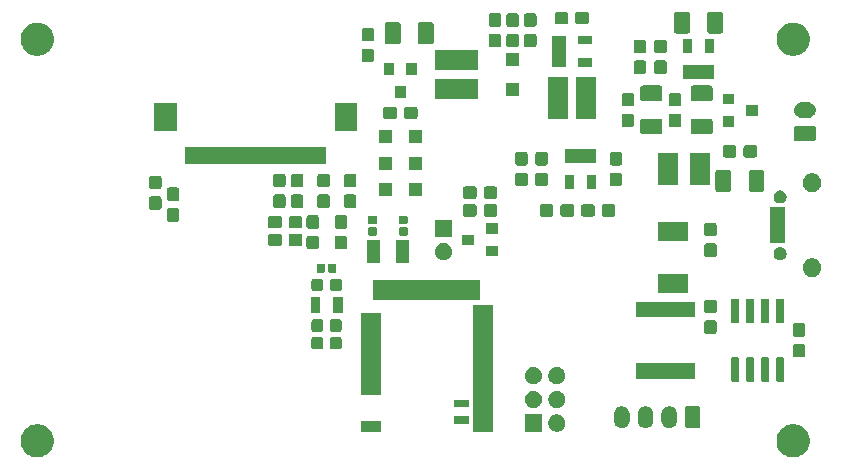
<source format=gbs>
G04 #@! TF.GenerationSoftware,KiCad,Pcbnew,5.1.5-52549c5~84~ubuntu18.04.1*
G04 #@! TF.CreationDate,2020-03-10T17:59:31+05:30*
G04 #@! TF.ProjectId,scale_ltc6915,7363616c-655f-46c7-9463-363931352e6b,rev?*
G04 #@! TF.SameCoordinates,Original*
G04 #@! TF.FileFunction,Soldermask,Bot*
G04 #@! TF.FilePolarity,Negative*
%FSLAX46Y46*%
G04 Gerber Fmt 4.6, Leading zero omitted, Abs format (unit mm)*
G04 Created by KiCad (PCBNEW 5.1.5-52549c5~84~ubuntu18.04.1) date 2020-03-10 17:59:31*
%MOMM*%
%LPD*%
G04 APERTURE LIST*
%ADD10C,0.100000*%
G04 APERTURE END LIST*
D10*
G36*
X77318433Y-45634893D02*
G01*
X77408657Y-45652839D01*
X77514267Y-45696585D01*
X77663621Y-45758449D01*
X77675284Y-45766242D01*
X77893086Y-45911772D01*
X78088228Y-46106914D01*
X78149156Y-46198100D01*
X78241551Y-46336379D01*
X78347161Y-46591344D01*
X78401000Y-46862012D01*
X78401000Y-47137988D01*
X78347161Y-47408656D01*
X78241551Y-47663621D01*
X78241550Y-47663622D01*
X78088228Y-47893086D01*
X77893086Y-48088228D01*
X77739763Y-48190675D01*
X77663621Y-48241551D01*
X77514267Y-48303415D01*
X77408657Y-48347161D01*
X77318433Y-48365107D01*
X77137988Y-48401000D01*
X76862012Y-48401000D01*
X76681567Y-48365107D01*
X76591343Y-48347161D01*
X76485733Y-48303415D01*
X76336379Y-48241551D01*
X76260237Y-48190675D01*
X76106914Y-48088228D01*
X75911772Y-47893086D01*
X75758450Y-47663622D01*
X75758449Y-47663621D01*
X75652839Y-47408656D01*
X75599000Y-47137988D01*
X75599000Y-46862012D01*
X75652839Y-46591344D01*
X75758449Y-46336379D01*
X75850844Y-46198100D01*
X75911772Y-46106914D01*
X76106914Y-45911772D01*
X76324716Y-45766242D01*
X76336379Y-45758449D01*
X76485733Y-45696585D01*
X76591343Y-45652839D01*
X76681567Y-45634893D01*
X76862012Y-45599000D01*
X77137988Y-45599000D01*
X77318433Y-45634893D01*
G37*
G36*
X13318433Y-45634893D02*
G01*
X13408657Y-45652839D01*
X13514267Y-45696585D01*
X13663621Y-45758449D01*
X13675284Y-45766242D01*
X13893086Y-45911772D01*
X14088228Y-46106914D01*
X14149156Y-46198100D01*
X14241551Y-46336379D01*
X14347161Y-46591344D01*
X14401000Y-46862012D01*
X14401000Y-47137988D01*
X14347161Y-47408656D01*
X14241551Y-47663621D01*
X14241550Y-47663622D01*
X14088228Y-47893086D01*
X13893086Y-48088228D01*
X13739763Y-48190675D01*
X13663621Y-48241551D01*
X13514267Y-48303415D01*
X13408657Y-48347161D01*
X13318433Y-48365107D01*
X13137988Y-48401000D01*
X12862012Y-48401000D01*
X12681567Y-48365107D01*
X12591343Y-48347161D01*
X12485733Y-48303415D01*
X12336379Y-48241551D01*
X12260237Y-48190675D01*
X12106914Y-48088228D01*
X11911772Y-47893086D01*
X11758450Y-47663622D01*
X11758449Y-47663621D01*
X11652839Y-47408656D01*
X11599000Y-47137988D01*
X11599000Y-46862012D01*
X11652839Y-46591344D01*
X11758449Y-46336379D01*
X11850844Y-46198100D01*
X11911772Y-46106914D01*
X12106914Y-45911772D01*
X12324716Y-45766242D01*
X12336379Y-45758449D01*
X12485733Y-45696585D01*
X12591343Y-45652839D01*
X12681567Y-45634893D01*
X12862012Y-45599000D01*
X13137988Y-45599000D01*
X13318433Y-45634893D01*
G37*
G36*
X51601000Y-46301000D02*
G01*
X49899000Y-46301000D01*
X49899000Y-35499000D01*
X51601000Y-35499000D01*
X51601000Y-46301000D01*
G37*
G36*
X42101000Y-46301000D02*
G01*
X40399000Y-46301000D01*
X40399000Y-45299000D01*
X42101000Y-45299000D01*
X42101000Y-46301000D01*
G37*
G36*
X57211766Y-44801899D02*
G01*
X57343888Y-44856626D01*
X57343890Y-44856627D01*
X57462798Y-44936079D01*
X57563921Y-45037202D01*
X57563922Y-45037204D01*
X57643374Y-45156112D01*
X57698101Y-45288234D01*
X57726000Y-45428494D01*
X57726000Y-45571506D01*
X57698101Y-45711766D01*
X57659296Y-45805449D01*
X57643373Y-45843890D01*
X57563921Y-45962798D01*
X57462798Y-46063921D01*
X57343890Y-46143373D01*
X57343889Y-46143374D01*
X57343888Y-46143374D01*
X57211766Y-46198101D01*
X57071506Y-46226000D01*
X56928494Y-46226000D01*
X56788234Y-46198101D01*
X56656112Y-46143374D01*
X56656111Y-46143374D01*
X56656110Y-46143373D01*
X56537202Y-46063921D01*
X56436079Y-45962798D01*
X56356627Y-45843890D01*
X56340704Y-45805449D01*
X56301899Y-45711766D01*
X56274000Y-45571506D01*
X56274000Y-45428494D01*
X56301899Y-45288234D01*
X56356626Y-45156112D01*
X56436078Y-45037204D01*
X56436079Y-45037202D01*
X56537202Y-44936079D01*
X56656110Y-44856627D01*
X56656112Y-44856626D01*
X56788234Y-44801899D01*
X56928494Y-44774000D01*
X57071506Y-44774000D01*
X57211766Y-44801899D01*
G37*
G36*
X55726000Y-46226000D02*
G01*
X54274000Y-46226000D01*
X54274000Y-44774000D01*
X55726000Y-44774000D01*
X55726000Y-46226000D01*
G37*
G36*
X66627618Y-44083420D02*
G01*
X66708400Y-44107925D01*
X66750336Y-44120646D01*
X66863425Y-44181094D01*
X66962554Y-44262446D01*
X67043906Y-44361575D01*
X67104354Y-44474664D01*
X67104355Y-44474668D01*
X67141580Y-44597382D01*
X67151000Y-44693027D01*
X67151000Y-45306973D01*
X67141580Y-45402618D01*
X67133730Y-45428495D01*
X67104354Y-45525336D01*
X67043906Y-45638425D01*
X66962554Y-45737553D01*
X66863424Y-45818906D01*
X66750335Y-45879354D01*
X66718403Y-45889040D01*
X66627617Y-45916580D01*
X66500000Y-45929149D01*
X66372382Y-45916580D01*
X66281596Y-45889040D01*
X66249664Y-45879354D01*
X66136575Y-45818906D01*
X66037447Y-45737554D01*
X65956094Y-45638424D01*
X65895646Y-45525335D01*
X65866270Y-45428494D01*
X65858420Y-45402617D01*
X65849000Y-45306972D01*
X65849000Y-44693027D01*
X65858420Y-44597382D01*
X65895645Y-44474668D01*
X65895645Y-44474667D01*
X65927957Y-44414217D01*
X65956095Y-44361574D01*
X65969493Y-44345249D01*
X66037447Y-44262446D01*
X66136576Y-44181094D01*
X66249665Y-44120646D01*
X66291601Y-44107925D01*
X66372383Y-44083420D01*
X66500000Y-44070851D01*
X66627618Y-44083420D01*
G37*
G36*
X62627618Y-44083420D02*
G01*
X62708400Y-44107925D01*
X62750336Y-44120646D01*
X62863425Y-44181094D01*
X62962554Y-44262446D01*
X63043906Y-44361575D01*
X63104354Y-44474664D01*
X63104355Y-44474668D01*
X63141580Y-44597382D01*
X63151000Y-44693027D01*
X63151000Y-45306973D01*
X63141580Y-45402618D01*
X63133730Y-45428495D01*
X63104354Y-45525336D01*
X63043906Y-45638425D01*
X62962554Y-45737553D01*
X62863424Y-45818906D01*
X62750335Y-45879354D01*
X62718403Y-45889040D01*
X62627617Y-45916580D01*
X62500000Y-45929149D01*
X62372382Y-45916580D01*
X62281596Y-45889040D01*
X62249664Y-45879354D01*
X62136575Y-45818906D01*
X62037447Y-45737554D01*
X61956094Y-45638424D01*
X61895646Y-45525335D01*
X61866270Y-45428494D01*
X61858420Y-45402617D01*
X61849000Y-45306972D01*
X61849000Y-44693027D01*
X61858420Y-44597382D01*
X61895645Y-44474668D01*
X61895645Y-44474667D01*
X61927957Y-44414217D01*
X61956095Y-44361574D01*
X61969493Y-44345249D01*
X62037447Y-44262446D01*
X62136576Y-44181094D01*
X62249665Y-44120646D01*
X62291601Y-44107925D01*
X62372383Y-44083420D01*
X62500000Y-44070851D01*
X62627618Y-44083420D01*
G37*
G36*
X64627618Y-44083420D02*
G01*
X64708400Y-44107925D01*
X64750336Y-44120646D01*
X64863425Y-44181094D01*
X64962554Y-44262446D01*
X65043906Y-44361575D01*
X65104354Y-44474664D01*
X65104355Y-44474668D01*
X65141580Y-44597382D01*
X65151000Y-44693027D01*
X65151000Y-45306973D01*
X65141580Y-45402618D01*
X65133730Y-45428495D01*
X65104354Y-45525336D01*
X65043906Y-45638425D01*
X64962554Y-45737553D01*
X64863424Y-45818906D01*
X64750335Y-45879354D01*
X64718403Y-45889040D01*
X64627617Y-45916580D01*
X64500000Y-45929149D01*
X64372382Y-45916580D01*
X64281596Y-45889040D01*
X64249664Y-45879354D01*
X64136575Y-45818906D01*
X64037447Y-45737554D01*
X63956094Y-45638424D01*
X63895646Y-45525335D01*
X63866270Y-45428494D01*
X63858420Y-45402617D01*
X63849000Y-45306972D01*
X63849000Y-44693027D01*
X63858420Y-44597382D01*
X63895645Y-44474668D01*
X63895645Y-44474667D01*
X63927957Y-44414217D01*
X63956095Y-44361574D01*
X63969493Y-44345249D01*
X64037447Y-44262446D01*
X64136576Y-44181094D01*
X64249665Y-44120646D01*
X64291601Y-44107925D01*
X64372383Y-44083420D01*
X64500000Y-44070851D01*
X64627618Y-44083420D01*
G37*
G36*
X68991242Y-44078404D02*
G01*
X69028337Y-44089657D01*
X69062515Y-44107925D01*
X69092481Y-44132519D01*
X69117075Y-44162485D01*
X69135343Y-44196663D01*
X69146596Y-44233758D01*
X69151000Y-44278474D01*
X69151000Y-45721526D01*
X69146596Y-45766242D01*
X69135343Y-45803337D01*
X69117075Y-45837515D01*
X69092481Y-45867481D01*
X69062515Y-45892075D01*
X69028337Y-45910343D01*
X68991242Y-45921596D01*
X68946526Y-45926000D01*
X68053474Y-45926000D01*
X68008758Y-45921596D01*
X67971663Y-45910343D01*
X67937485Y-45892075D01*
X67907519Y-45867481D01*
X67882925Y-45837515D01*
X67864657Y-45803337D01*
X67853404Y-45766242D01*
X67849000Y-45721526D01*
X67849000Y-44278474D01*
X67853404Y-44233758D01*
X67864657Y-44196663D01*
X67882925Y-44162485D01*
X67907519Y-44132519D01*
X67937485Y-44107925D01*
X67971663Y-44089657D01*
X68008758Y-44078404D01*
X68053474Y-44074000D01*
X68946526Y-44074000D01*
X68991242Y-44078404D01*
G37*
G36*
X49551000Y-45551000D02*
G01*
X48249000Y-45551000D01*
X48249000Y-44949000D01*
X49551000Y-44949000D01*
X49551000Y-45551000D01*
G37*
G36*
X57211766Y-42801899D02*
G01*
X57343888Y-42856626D01*
X57343890Y-42856627D01*
X57462798Y-42936079D01*
X57563921Y-43037202D01*
X57643373Y-43156110D01*
X57643374Y-43156112D01*
X57698101Y-43288234D01*
X57726000Y-43428494D01*
X57726000Y-43571506D01*
X57698101Y-43711766D01*
X57643374Y-43843888D01*
X57643373Y-43843890D01*
X57563921Y-43962798D01*
X57462798Y-44063921D01*
X57343890Y-44143373D01*
X57343889Y-44143374D01*
X57343888Y-44143374D01*
X57211766Y-44198101D01*
X57071506Y-44226000D01*
X56928494Y-44226000D01*
X56788234Y-44198101D01*
X56656112Y-44143374D01*
X56656111Y-44143374D01*
X56656110Y-44143373D01*
X56537202Y-44063921D01*
X56436079Y-43962798D01*
X56356627Y-43843890D01*
X56356626Y-43843888D01*
X56301899Y-43711766D01*
X56274000Y-43571506D01*
X56274000Y-43428494D01*
X56301899Y-43288234D01*
X56356626Y-43156112D01*
X56356627Y-43156110D01*
X56436079Y-43037202D01*
X56537202Y-42936079D01*
X56656110Y-42856627D01*
X56656112Y-42856626D01*
X56788234Y-42801899D01*
X56928494Y-42774000D01*
X57071506Y-42774000D01*
X57211766Y-42801899D01*
G37*
G36*
X55211766Y-42801899D02*
G01*
X55343888Y-42856626D01*
X55343890Y-42856627D01*
X55462798Y-42936079D01*
X55563921Y-43037202D01*
X55643373Y-43156110D01*
X55643374Y-43156112D01*
X55698101Y-43288234D01*
X55726000Y-43428494D01*
X55726000Y-43571506D01*
X55698101Y-43711766D01*
X55643374Y-43843888D01*
X55643373Y-43843890D01*
X55563921Y-43962798D01*
X55462798Y-44063921D01*
X55343890Y-44143373D01*
X55343889Y-44143374D01*
X55343888Y-44143374D01*
X55211766Y-44198101D01*
X55071506Y-44226000D01*
X54928494Y-44226000D01*
X54788234Y-44198101D01*
X54656112Y-44143374D01*
X54656111Y-44143374D01*
X54656110Y-44143373D01*
X54537202Y-44063921D01*
X54436079Y-43962798D01*
X54356627Y-43843890D01*
X54356626Y-43843888D01*
X54301899Y-43711766D01*
X54274000Y-43571506D01*
X54274000Y-43428494D01*
X54301899Y-43288234D01*
X54356626Y-43156112D01*
X54356627Y-43156110D01*
X54436079Y-43037202D01*
X54537202Y-42936079D01*
X54656110Y-42856627D01*
X54656112Y-42856626D01*
X54788234Y-42801899D01*
X54928494Y-42774000D01*
X55071506Y-42774000D01*
X55211766Y-42801899D01*
G37*
G36*
X49551000Y-44151000D02*
G01*
X48249000Y-44151000D01*
X48249000Y-43549000D01*
X49551000Y-43549000D01*
X49551000Y-44151000D01*
G37*
G36*
X42101000Y-43101000D02*
G01*
X40399000Y-43101000D01*
X40399000Y-36199000D01*
X42101000Y-36199000D01*
X42101000Y-43101000D01*
G37*
G36*
X57211766Y-40801899D02*
G01*
X57343888Y-40856626D01*
X57343890Y-40856627D01*
X57462798Y-40936079D01*
X57563921Y-41037202D01*
X57563922Y-41037204D01*
X57643374Y-41156112D01*
X57698101Y-41288234D01*
X57726000Y-41428494D01*
X57726000Y-41571506D01*
X57698101Y-41711766D01*
X57643374Y-41843888D01*
X57643373Y-41843890D01*
X57563921Y-41962798D01*
X57462798Y-42063921D01*
X57343890Y-42143373D01*
X57343889Y-42143374D01*
X57343888Y-42143374D01*
X57211766Y-42198101D01*
X57071506Y-42226000D01*
X56928494Y-42226000D01*
X56788234Y-42198101D01*
X56656112Y-42143374D01*
X56656111Y-42143374D01*
X56656110Y-42143373D01*
X56537202Y-42063921D01*
X56436079Y-41962798D01*
X56356627Y-41843890D01*
X56356626Y-41843888D01*
X56301899Y-41711766D01*
X56274000Y-41571506D01*
X56274000Y-41428494D01*
X56301899Y-41288234D01*
X56356626Y-41156112D01*
X56436078Y-41037204D01*
X56436079Y-41037202D01*
X56537202Y-40936079D01*
X56656110Y-40856627D01*
X56656112Y-40856626D01*
X56788234Y-40801899D01*
X56928494Y-40774000D01*
X57071506Y-40774000D01*
X57211766Y-40801899D01*
G37*
G36*
X55211766Y-40801899D02*
G01*
X55343888Y-40856626D01*
X55343890Y-40856627D01*
X55462798Y-40936079D01*
X55563921Y-41037202D01*
X55563922Y-41037204D01*
X55643374Y-41156112D01*
X55698101Y-41288234D01*
X55726000Y-41428494D01*
X55726000Y-41571506D01*
X55698101Y-41711766D01*
X55643374Y-41843888D01*
X55643373Y-41843890D01*
X55563921Y-41962798D01*
X55462798Y-42063921D01*
X55343890Y-42143373D01*
X55343889Y-42143374D01*
X55343888Y-42143374D01*
X55211766Y-42198101D01*
X55071506Y-42226000D01*
X54928494Y-42226000D01*
X54788234Y-42198101D01*
X54656112Y-42143374D01*
X54656111Y-42143374D01*
X54656110Y-42143373D01*
X54537202Y-42063921D01*
X54436079Y-41962798D01*
X54356627Y-41843890D01*
X54356626Y-41843888D01*
X54301899Y-41711766D01*
X54274000Y-41571506D01*
X54274000Y-41428494D01*
X54301899Y-41288234D01*
X54356626Y-41156112D01*
X54436078Y-41037204D01*
X54436079Y-41037202D01*
X54537202Y-40936079D01*
X54656110Y-40856627D01*
X54656112Y-40856626D01*
X54788234Y-40801899D01*
X54928494Y-40774000D01*
X55071506Y-40774000D01*
X55211766Y-40801899D01*
G37*
G36*
X74894928Y-39951764D02*
G01*
X74916009Y-39958160D01*
X74935445Y-39968548D01*
X74952476Y-39982524D01*
X74966452Y-39999555D01*
X74976840Y-40018991D01*
X74983236Y-40040072D01*
X74986000Y-40068140D01*
X74986000Y-41881860D01*
X74983236Y-41909928D01*
X74976840Y-41931009D01*
X74966452Y-41950445D01*
X74952476Y-41967476D01*
X74935445Y-41981452D01*
X74916009Y-41991840D01*
X74894928Y-41998236D01*
X74866860Y-42001000D01*
X74403140Y-42001000D01*
X74375072Y-41998236D01*
X74353991Y-41991840D01*
X74334555Y-41981452D01*
X74317524Y-41967476D01*
X74303548Y-41950445D01*
X74293160Y-41931009D01*
X74286764Y-41909928D01*
X74284000Y-41881860D01*
X74284000Y-40068140D01*
X74286764Y-40040072D01*
X74293160Y-40018991D01*
X74303548Y-39999555D01*
X74317524Y-39982524D01*
X74334555Y-39968548D01*
X74353991Y-39958160D01*
X74375072Y-39951764D01*
X74403140Y-39949000D01*
X74866860Y-39949000D01*
X74894928Y-39951764D01*
G37*
G36*
X76164928Y-39951764D02*
G01*
X76186009Y-39958160D01*
X76205445Y-39968548D01*
X76222476Y-39982524D01*
X76236452Y-39999555D01*
X76246840Y-40018991D01*
X76253236Y-40040072D01*
X76256000Y-40068140D01*
X76256000Y-41881860D01*
X76253236Y-41909928D01*
X76246840Y-41931009D01*
X76236452Y-41950445D01*
X76222476Y-41967476D01*
X76205445Y-41981452D01*
X76186009Y-41991840D01*
X76164928Y-41998236D01*
X76136860Y-42001000D01*
X75673140Y-42001000D01*
X75645072Y-41998236D01*
X75623991Y-41991840D01*
X75604555Y-41981452D01*
X75587524Y-41967476D01*
X75573548Y-41950445D01*
X75563160Y-41931009D01*
X75556764Y-41909928D01*
X75554000Y-41881860D01*
X75554000Y-40068140D01*
X75556764Y-40040072D01*
X75563160Y-40018991D01*
X75573548Y-39999555D01*
X75587524Y-39982524D01*
X75604555Y-39968548D01*
X75623991Y-39958160D01*
X75645072Y-39951764D01*
X75673140Y-39949000D01*
X76136860Y-39949000D01*
X76164928Y-39951764D01*
G37*
G36*
X73624928Y-39951764D02*
G01*
X73646009Y-39958160D01*
X73665445Y-39968548D01*
X73682476Y-39982524D01*
X73696452Y-39999555D01*
X73706840Y-40018991D01*
X73713236Y-40040072D01*
X73716000Y-40068140D01*
X73716000Y-41881860D01*
X73713236Y-41909928D01*
X73706840Y-41931009D01*
X73696452Y-41950445D01*
X73682476Y-41967476D01*
X73665445Y-41981452D01*
X73646009Y-41991840D01*
X73624928Y-41998236D01*
X73596860Y-42001000D01*
X73133140Y-42001000D01*
X73105072Y-41998236D01*
X73083991Y-41991840D01*
X73064555Y-41981452D01*
X73047524Y-41967476D01*
X73033548Y-41950445D01*
X73023160Y-41931009D01*
X73016764Y-41909928D01*
X73014000Y-41881860D01*
X73014000Y-40068140D01*
X73016764Y-40040072D01*
X73023160Y-40018991D01*
X73033548Y-39999555D01*
X73047524Y-39982524D01*
X73064555Y-39968548D01*
X73083991Y-39958160D01*
X73105072Y-39951764D01*
X73133140Y-39949000D01*
X73596860Y-39949000D01*
X73624928Y-39951764D01*
G37*
G36*
X72354928Y-39951764D02*
G01*
X72376009Y-39958160D01*
X72395445Y-39968548D01*
X72412476Y-39982524D01*
X72426452Y-39999555D01*
X72436840Y-40018991D01*
X72443236Y-40040072D01*
X72446000Y-40068140D01*
X72446000Y-41881860D01*
X72443236Y-41909928D01*
X72436840Y-41931009D01*
X72426452Y-41950445D01*
X72412476Y-41967476D01*
X72395445Y-41981452D01*
X72376009Y-41991840D01*
X72354928Y-41998236D01*
X72326860Y-42001000D01*
X71863140Y-42001000D01*
X71835072Y-41998236D01*
X71813991Y-41991840D01*
X71794555Y-41981452D01*
X71777524Y-41967476D01*
X71763548Y-41950445D01*
X71753160Y-41931009D01*
X71746764Y-41909928D01*
X71744000Y-41881860D01*
X71744000Y-40068140D01*
X71746764Y-40040072D01*
X71753160Y-40018991D01*
X71763548Y-39999555D01*
X71777524Y-39982524D01*
X71794555Y-39968548D01*
X71813991Y-39958160D01*
X71835072Y-39951764D01*
X71863140Y-39949000D01*
X72326860Y-39949000D01*
X72354928Y-39951764D01*
G37*
G36*
X68673500Y-41751000D02*
G01*
X63726500Y-41751000D01*
X63726500Y-40449000D01*
X68673500Y-40449000D01*
X68673500Y-41751000D01*
G37*
G36*
X77864499Y-38803445D02*
G01*
X77901995Y-38814820D01*
X77936554Y-38833292D01*
X77966847Y-38858153D01*
X77991708Y-38888446D01*
X78010180Y-38923005D01*
X78021555Y-38960501D01*
X78026000Y-39005638D01*
X78026000Y-39744362D01*
X78021555Y-39789499D01*
X78010180Y-39826995D01*
X77991708Y-39861554D01*
X77966847Y-39891847D01*
X77936554Y-39916708D01*
X77901995Y-39935180D01*
X77864499Y-39946555D01*
X77819362Y-39951000D01*
X77180638Y-39951000D01*
X77135501Y-39946555D01*
X77098005Y-39935180D01*
X77063446Y-39916708D01*
X77033153Y-39891847D01*
X77008292Y-39861554D01*
X76989820Y-39826995D01*
X76978445Y-39789499D01*
X76974000Y-39744362D01*
X76974000Y-39005638D01*
X76978445Y-38960501D01*
X76989820Y-38923005D01*
X77008292Y-38888446D01*
X77033153Y-38858153D01*
X77063446Y-38833292D01*
X77098005Y-38814820D01*
X77135501Y-38803445D01*
X77180638Y-38799000D01*
X77819362Y-38799000D01*
X77864499Y-38803445D01*
G37*
G36*
X37054591Y-38228085D02*
G01*
X37088569Y-38238393D01*
X37119890Y-38255134D01*
X37147339Y-38277661D01*
X37169866Y-38305110D01*
X37186607Y-38336431D01*
X37196915Y-38370409D01*
X37201000Y-38411890D01*
X37201000Y-39088110D01*
X37196915Y-39129591D01*
X37186607Y-39163569D01*
X37169866Y-39194890D01*
X37147339Y-39222339D01*
X37119890Y-39244866D01*
X37088569Y-39261607D01*
X37054591Y-39271915D01*
X37013110Y-39276000D01*
X36411890Y-39276000D01*
X36370409Y-39271915D01*
X36336431Y-39261607D01*
X36305110Y-39244866D01*
X36277661Y-39222339D01*
X36255134Y-39194890D01*
X36238393Y-39163569D01*
X36228085Y-39129591D01*
X36224000Y-39088110D01*
X36224000Y-38411890D01*
X36228085Y-38370409D01*
X36238393Y-38336431D01*
X36255134Y-38305110D01*
X36277661Y-38277661D01*
X36305110Y-38255134D01*
X36336431Y-38238393D01*
X36370409Y-38228085D01*
X36411890Y-38224000D01*
X37013110Y-38224000D01*
X37054591Y-38228085D01*
G37*
G36*
X38629591Y-38228085D02*
G01*
X38663569Y-38238393D01*
X38694890Y-38255134D01*
X38722339Y-38277661D01*
X38744866Y-38305110D01*
X38761607Y-38336431D01*
X38771915Y-38370409D01*
X38776000Y-38411890D01*
X38776000Y-39088110D01*
X38771915Y-39129591D01*
X38761607Y-39163569D01*
X38744866Y-39194890D01*
X38722339Y-39222339D01*
X38694890Y-39244866D01*
X38663569Y-39261607D01*
X38629591Y-39271915D01*
X38588110Y-39276000D01*
X37986890Y-39276000D01*
X37945409Y-39271915D01*
X37911431Y-39261607D01*
X37880110Y-39244866D01*
X37852661Y-39222339D01*
X37830134Y-39194890D01*
X37813393Y-39163569D01*
X37803085Y-39129591D01*
X37799000Y-39088110D01*
X37799000Y-38411890D01*
X37803085Y-38370409D01*
X37813393Y-38336431D01*
X37830134Y-38305110D01*
X37852661Y-38277661D01*
X37880110Y-38255134D01*
X37911431Y-38238393D01*
X37945409Y-38228085D01*
X37986890Y-38224000D01*
X38588110Y-38224000D01*
X38629591Y-38228085D01*
G37*
G36*
X77864499Y-37053445D02*
G01*
X77901995Y-37064820D01*
X77936554Y-37083292D01*
X77966847Y-37108153D01*
X77991708Y-37138446D01*
X78010180Y-37173005D01*
X78021555Y-37210501D01*
X78026000Y-37255638D01*
X78026000Y-37994362D01*
X78021555Y-38039499D01*
X78010180Y-38076995D01*
X77991708Y-38111554D01*
X77966847Y-38141847D01*
X77936554Y-38166708D01*
X77901995Y-38185180D01*
X77864499Y-38196555D01*
X77819362Y-38201000D01*
X77180638Y-38201000D01*
X77135501Y-38196555D01*
X77098005Y-38185180D01*
X77063446Y-38166708D01*
X77033153Y-38141847D01*
X77008292Y-38111554D01*
X76989820Y-38076995D01*
X76978445Y-38039499D01*
X76974000Y-37994362D01*
X76974000Y-37255638D01*
X76978445Y-37210501D01*
X76989820Y-37173005D01*
X77008292Y-37138446D01*
X77033153Y-37108153D01*
X77063446Y-37083292D01*
X77098005Y-37064820D01*
X77135501Y-37053445D01*
X77180638Y-37049000D01*
X77819362Y-37049000D01*
X77864499Y-37053445D01*
G37*
G36*
X70364499Y-36803445D02*
G01*
X70401995Y-36814820D01*
X70436554Y-36833292D01*
X70466847Y-36858153D01*
X70491708Y-36888446D01*
X70510180Y-36923005D01*
X70521555Y-36960501D01*
X70526000Y-37005638D01*
X70526000Y-37744362D01*
X70521555Y-37789499D01*
X70510180Y-37826995D01*
X70491708Y-37861554D01*
X70466847Y-37891847D01*
X70436554Y-37916708D01*
X70401995Y-37935180D01*
X70364499Y-37946555D01*
X70319362Y-37951000D01*
X69680638Y-37951000D01*
X69635501Y-37946555D01*
X69598005Y-37935180D01*
X69563446Y-37916708D01*
X69533153Y-37891847D01*
X69508292Y-37861554D01*
X69489820Y-37826995D01*
X69478445Y-37789499D01*
X69474000Y-37744362D01*
X69474000Y-37005638D01*
X69478445Y-36960501D01*
X69489820Y-36923005D01*
X69508292Y-36888446D01*
X69533153Y-36858153D01*
X69563446Y-36833292D01*
X69598005Y-36814820D01*
X69635501Y-36803445D01*
X69680638Y-36799000D01*
X70319362Y-36799000D01*
X70364499Y-36803445D01*
G37*
G36*
X37054591Y-36728085D02*
G01*
X37088569Y-36738393D01*
X37119890Y-36755134D01*
X37147339Y-36777661D01*
X37169866Y-36805110D01*
X37186607Y-36836431D01*
X37196915Y-36870409D01*
X37201000Y-36911890D01*
X37201000Y-37588110D01*
X37196915Y-37629591D01*
X37186607Y-37663569D01*
X37169866Y-37694890D01*
X37147339Y-37722339D01*
X37119890Y-37744866D01*
X37088569Y-37761607D01*
X37054591Y-37771915D01*
X37013110Y-37776000D01*
X36411890Y-37776000D01*
X36370409Y-37771915D01*
X36336431Y-37761607D01*
X36305110Y-37744866D01*
X36277661Y-37722339D01*
X36255134Y-37694890D01*
X36238393Y-37663569D01*
X36228085Y-37629591D01*
X36224000Y-37588110D01*
X36224000Y-36911890D01*
X36228085Y-36870409D01*
X36238393Y-36836431D01*
X36255134Y-36805110D01*
X36277661Y-36777661D01*
X36305110Y-36755134D01*
X36336431Y-36738393D01*
X36370409Y-36728085D01*
X36411890Y-36724000D01*
X37013110Y-36724000D01*
X37054591Y-36728085D01*
G37*
G36*
X38629591Y-36728085D02*
G01*
X38663569Y-36738393D01*
X38694890Y-36755134D01*
X38722339Y-36777661D01*
X38744866Y-36805110D01*
X38761607Y-36836431D01*
X38771915Y-36870409D01*
X38776000Y-36911890D01*
X38776000Y-37588110D01*
X38771915Y-37629591D01*
X38761607Y-37663569D01*
X38744866Y-37694890D01*
X38722339Y-37722339D01*
X38694890Y-37744866D01*
X38663569Y-37761607D01*
X38629591Y-37771915D01*
X38588110Y-37776000D01*
X37986890Y-37776000D01*
X37945409Y-37771915D01*
X37911431Y-37761607D01*
X37880110Y-37744866D01*
X37852661Y-37722339D01*
X37830134Y-37694890D01*
X37813393Y-37663569D01*
X37803085Y-37629591D01*
X37799000Y-37588110D01*
X37799000Y-36911890D01*
X37803085Y-36870409D01*
X37813393Y-36836431D01*
X37830134Y-36805110D01*
X37852661Y-36777661D01*
X37880110Y-36755134D01*
X37911431Y-36738393D01*
X37945409Y-36728085D01*
X37986890Y-36724000D01*
X38588110Y-36724000D01*
X38629591Y-36728085D01*
G37*
G36*
X76164928Y-35001764D02*
G01*
X76186009Y-35008160D01*
X76205445Y-35018548D01*
X76222476Y-35032524D01*
X76236452Y-35049555D01*
X76246840Y-35068991D01*
X76253236Y-35090072D01*
X76256000Y-35118140D01*
X76256000Y-36931860D01*
X76253236Y-36959928D01*
X76246840Y-36981009D01*
X76236452Y-37000445D01*
X76222476Y-37017476D01*
X76205445Y-37031452D01*
X76186009Y-37041840D01*
X76164928Y-37048236D01*
X76136860Y-37051000D01*
X75673140Y-37051000D01*
X75645072Y-37048236D01*
X75623991Y-37041840D01*
X75604555Y-37031452D01*
X75587524Y-37017476D01*
X75573548Y-37000445D01*
X75563160Y-36981009D01*
X75556764Y-36959928D01*
X75554000Y-36931860D01*
X75554000Y-35118140D01*
X75556764Y-35090072D01*
X75563160Y-35068991D01*
X75573548Y-35049555D01*
X75587524Y-35032524D01*
X75604555Y-35018548D01*
X75623991Y-35008160D01*
X75645072Y-35001764D01*
X75673140Y-34999000D01*
X76136860Y-34999000D01*
X76164928Y-35001764D01*
G37*
G36*
X74894928Y-35001764D02*
G01*
X74916009Y-35008160D01*
X74935445Y-35018548D01*
X74952476Y-35032524D01*
X74966452Y-35049555D01*
X74976840Y-35068991D01*
X74983236Y-35090072D01*
X74986000Y-35118140D01*
X74986000Y-36931860D01*
X74983236Y-36959928D01*
X74976840Y-36981009D01*
X74966452Y-37000445D01*
X74952476Y-37017476D01*
X74935445Y-37031452D01*
X74916009Y-37041840D01*
X74894928Y-37048236D01*
X74866860Y-37051000D01*
X74403140Y-37051000D01*
X74375072Y-37048236D01*
X74353991Y-37041840D01*
X74334555Y-37031452D01*
X74317524Y-37017476D01*
X74303548Y-37000445D01*
X74293160Y-36981009D01*
X74286764Y-36959928D01*
X74284000Y-36931860D01*
X74284000Y-35118140D01*
X74286764Y-35090072D01*
X74293160Y-35068991D01*
X74303548Y-35049555D01*
X74317524Y-35032524D01*
X74334555Y-35018548D01*
X74353991Y-35008160D01*
X74375072Y-35001764D01*
X74403140Y-34999000D01*
X74866860Y-34999000D01*
X74894928Y-35001764D01*
G37*
G36*
X73624928Y-35001764D02*
G01*
X73646009Y-35008160D01*
X73665445Y-35018548D01*
X73682476Y-35032524D01*
X73696452Y-35049555D01*
X73706840Y-35068991D01*
X73713236Y-35090072D01*
X73716000Y-35118140D01*
X73716000Y-36931860D01*
X73713236Y-36959928D01*
X73706840Y-36981009D01*
X73696452Y-37000445D01*
X73682476Y-37017476D01*
X73665445Y-37031452D01*
X73646009Y-37041840D01*
X73624928Y-37048236D01*
X73596860Y-37051000D01*
X73133140Y-37051000D01*
X73105072Y-37048236D01*
X73083991Y-37041840D01*
X73064555Y-37031452D01*
X73047524Y-37017476D01*
X73033548Y-37000445D01*
X73023160Y-36981009D01*
X73016764Y-36959928D01*
X73014000Y-36931860D01*
X73014000Y-35118140D01*
X73016764Y-35090072D01*
X73023160Y-35068991D01*
X73033548Y-35049555D01*
X73047524Y-35032524D01*
X73064555Y-35018548D01*
X73083991Y-35008160D01*
X73105072Y-35001764D01*
X73133140Y-34999000D01*
X73596860Y-34999000D01*
X73624928Y-35001764D01*
G37*
G36*
X72354928Y-35001764D02*
G01*
X72376009Y-35008160D01*
X72395445Y-35018548D01*
X72412476Y-35032524D01*
X72426452Y-35049555D01*
X72436840Y-35068991D01*
X72443236Y-35090072D01*
X72446000Y-35118140D01*
X72446000Y-36931860D01*
X72443236Y-36959928D01*
X72436840Y-36981009D01*
X72426452Y-37000445D01*
X72412476Y-37017476D01*
X72395445Y-37031452D01*
X72376009Y-37041840D01*
X72354928Y-37048236D01*
X72326860Y-37051000D01*
X71863140Y-37051000D01*
X71835072Y-37048236D01*
X71813991Y-37041840D01*
X71794555Y-37031452D01*
X71777524Y-37017476D01*
X71763548Y-37000445D01*
X71753160Y-36981009D01*
X71746764Y-36959928D01*
X71744000Y-36931860D01*
X71744000Y-35118140D01*
X71746764Y-35090072D01*
X71753160Y-35068991D01*
X71763548Y-35049555D01*
X71777524Y-35032524D01*
X71794555Y-35018548D01*
X71813991Y-35008160D01*
X71835072Y-35001764D01*
X71863140Y-34999000D01*
X72326860Y-34999000D01*
X72354928Y-35001764D01*
G37*
G36*
X68673500Y-36551000D02*
G01*
X63726500Y-36551000D01*
X63726500Y-35249000D01*
X68673500Y-35249000D01*
X68673500Y-36551000D01*
G37*
G36*
X38851000Y-36201000D02*
G01*
X38049000Y-36201000D01*
X38049000Y-34799000D01*
X38851000Y-34799000D01*
X38851000Y-36201000D01*
G37*
G36*
X36951000Y-36201000D02*
G01*
X36149000Y-36201000D01*
X36149000Y-34799000D01*
X36951000Y-34799000D01*
X36951000Y-36201000D01*
G37*
G36*
X70364499Y-35053445D02*
G01*
X70401995Y-35064820D01*
X70436554Y-35083292D01*
X70466847Y-35108153D01*
X70491708Y-35138446D01*
X70510180Y-35173005D01*
X70521555Y-35210501D01*
X70526000Y-35255638D01*
X70526000Y-35994362D01*
X70521555Y-36039499D01*
X70510180Y-36076995D01*
X70491708Y-36111554D01*
X70466847Y-36141847D01*
X70436554Y-36166708D01*
X70401995Y-36185180D01*
X70364499Y-36196555D01*
X70319362Y-36201000D01*
X69680638Y-36201000D01*
X69635501Y-36196555D01*
X69598005Y-36185180D01*
X69563446Y-36166708D01*
X69533153Y-36141847D01*
X69508292Y-36111554D01*
X69489820Y-36076995D01*
X69478445Y-36039499D01*
X69474000Y-35994362D01*
X69474000Y-35255638D01*
X69478445Y-35210501D01*
X69489820Y-35173005D01*
X69508292Y-35138446D01*
X69533153Y-35108153D01*
X69563446Y-35083292D01*
X69598005Y-35064820D01*
X69635501Y-35053445D01*
X69680638Y-35049000D01*
X70319362Y-35049000D01*
X70364499Y-35053445D01*
G37*
G36*
X50501000Y-35101000D02*
G01*
X41399000Y-35101000D01*
X41399000Y-33399000D01*
X50501000Y-33399000D01*
X50501000Y-35101000D01*
G37*
G36*
X68101000Y-34476000D02*
G01*
X65599000Y-34476000D01*
X65599000Y-32924000D01*
X68101000Y-32924000D01*
X68101000Y-34476000D01*
G37*
G36*
X37054591Y-33278085D02*
G01*
X37088569Y-33288393D01*
X37119890Y-33305134D01*
X37147339Y-33327661D01*
X37169866Y-33355110D01*
X37186607Y-33386431D01*
X37196915Y-33420409D01*
X37201000Y-33461890D01*
X37201000Y-34138110D01*
X37196915Y-34179591D01*
X37186607Y-34213569D01*
X37169866Y-34244890D01*
X37147339Y-34272339D01*
X37119890Y-34294866D01*
X37088569Y-34311607D01*
X37054591Y-34321915D01*
X37013110Y-34326000D01*
X36411890Y-34326000D01*
X36370409Y-34321915D01*
X36336431Y-34311607D01*
X36305110Y-34294866D01*
X36277661Y-34272339D01*
X36255134Y-34244890D01*
X36238393Y-34213569D01*
X36228085Y-34179591D01*
X36224000Y-34138110D01*
X36224000Y-33461890D01*
X36228085Y-33420409D01*
X36238393Y-33386431D01*
X36255134Y-33355110D01*
X36277661Y-33327661D01*
X36305110Y-33305134D01*
X36336431Y-33288393D01*
X36370409Y-33278085D01*
X36411890Y-33274000D01*
X37013110Y-33274000D01*
X37054591Y-33278085D01*
G37*
G36*
X38629591Y-33278085D02*
G01*
X38663569Y-33288393D01*
X38694890Y-33305134D01*
X38722339Y-33327661D01*
X38744866Y-33355110D01*
X38761607Y-33386431D01*
X38771915Y-33420409D01*
X38776000Y-33461890D01*
X38776000Y-34138110D01*
X38771915Y-34179591D01*
X38761607Y-34213569D01*
X38744866Y-34244890D01*
X38722339Y-34272339D01*
X38694890Y-34294866D01*
X38663569Y-34311607D01*
X38629591Y-34321915D01*
X38588110Y-34326000D01*
X37986890Y-34326000D01*
X37945409Y-34321915D01*
X37911431Y-34311607D01*
X37880110Y-34294866D01*
X37852661Y-34272339D01*
X37830134Y-34244890D01*
X37813393Y-34213569D01*
X37803085Y-34179591D01*
X37799000Y-34138110D01*
X37799000Y-33461890D01*
X37803085Y-33420409D01*
X37813393Y-33386431D01*
X37830134Y-33355110D01*
X37852661Y-33327661D01*
X37880110Y-33305134D01*
X37911431Y-33288393D01*
X37945409Y-33278085D01*
X37986890Y-33274000D01*
X38588110Y-33274000D01*
X38629591Y-33278085D01*
G37*
G36*
X78833642Y-31579781D02*
G01*
X78974897Y-31638291D01*
X78979416Y-31640163D01*
X79110608Y-31727822D01*
X79222178Y-31839392D01*
X79296751Y-31951000D01*
X79309838Y-31970586D01*
X79370219Y-32116358D01*
X79401000Y-32271107D01*
X79401000Y-32428893D01*
X79370219Y-32583642D01*
X79313601Y-32720329D01*
X79309837Y-32729416D01*
X79222178Y-32860608D01*
X79110608Y-32972178D01*
X78979416Y-33059837D01*
X78979415Y-33059838D01*
X78979414Y-33059838D01*
X78833642Y-33120219D01*
X78678893Y-33151000D01*
X78521107Y-33151000D01*
X78366358Y-33120219D01*
X78220586Y-33059838D01*
X78220585Y-33059838D01*
X78220584Y-33059837D01*
X78089392Y-32972178D01*
X77977822Y-32860608D01*
X77890163Y-32729416D01*
X77886399Y-32720329D01*
X77829781Y-32583642D01*
X77799000Y-32428893D01*
X77799000Y-32271107D01*
X77829781Y-32116358D01*
X77890162Y-31970586D01*
X77903249Y-31951000D01*
X77977822Y-31839392D01*
X78089392Y-31727822D01*
X78220584Y-31640163D01*
X78225103Y-31638291D01*
X78366358Y-31579781D01*
X78521107Y-31549000D01*
X78678893Y-31549000D01*
X78833642Y-31579781D01*
G37*
G36*
X37271938Y-32031716D02*
G01*
X37292557Y-32037971D01*
X37311553Y-32048124D01*
X37328208Y-32061792D01*
X37341876Y-32078447D01*
X37352029Y-32097443D01*
X37358284Y-32118062D01*
X37361000Y-32145640D01*
X37361000Y-32654360D01*
X37358284Y-32681938D01*
X37352029Y-32702557D01*
X37341876Y-32721553D01*
X37328208Y-32738208D01*
X37311553Y-32751876D01*
X37292557Y-32762029D01*
X37271938Y-32768284D01*
X37244360Y-32771000D01*
X36785640Y-32771000D01*
X36758062Y-32768284D01*
X36737443Y-32762029D01*
X36718447Y-32751876D01*
X36701792Y-32738208D01*
X36688124Y-32721553D01*
X36677971Y-32702557D01*
X36671716Y-32681938D01*
X36669000Y-32654360D01*
X36669000Y-32145640D01*
X36671716Y-32118062D01*
X36677971Y-32097443D01*
X36688124Y-32078447D01*
X36701792Y-32061792D01*
X36718447Y-32048124D01*
X36737443Y-32037971D01*
X36758062Y-32031716D01*
X36785640Y-32029000D01*
X37244360Y-32029000D01*
X37271938Y-32031716D01*
G37*
G36*
X38241938Y-32031716D02*
G01*
X38262557Y-32037971D01*
X38281553Y-32048124D01*
X38298208Y-32061792D01*
X38311876Y-32078447D01*
X38322029Y-32097443D01*
X38328284Y-32118062D01*
X38331000Y-32145640D01*
X38331000Y-32654360D01*
X38328284Y-32681938D01*
X38322029Y-32702557D01*
X38311876Y-32721553D01*
X38298208Y-32738208D01*
X38281553Y-32751876D01*
X38262557Y-32762029D01*
X38241938Y-32768284D01*
X38214360Y-32771000D01*
X37755640Y-32771000D01*
X37728062Y-32768284D01*
X37707443Y-32762029D01*
X37688447Y-32751876D01*
X37671792Y-32738208D01*
X37658124Y-32721553D01*
X37647971Y-32702557D01*
X37641716Y-32681938D01*
X37639000Y-32654360D01*
X37639000Y-32145640D01*
X37641716Y-32118062D01*
X37647971Y-32097443D01*
X37658124Y-32078447D01*
X37671792Y-32061792D01*
X37688447Y-32048124D01*
X37707443Y-32037971D01*
X37728062Y-32031716D01*
X37755640Y-32029000D01*
X38214360Y-32029000D01*
X38241938Y-32031716D01*
G37*
G36*
X42001000Y-31951000D02*
G01*
X40899000Y-31951000D01*
X40899000Y-30049000D01*
X42001000Y-30049000D01*
X42001000Y-31951000D01*
G37*
G36*
X44501000Y-31951000D02*
G01*
X43399000Y-31951000D01*
X43399000Y-30049000D01*
X44501000Y-30049000D01*
X44501000Y-31951000D01*
G37*
G36*
X47611766Y-30301899D02*
G01*
X47743888Y-30356626D01*
X47743890Y-30356627D01*
X47862798Y-30436079D01*
X47963921Y-30537202D01*
X47998738Y-30589309D01*
X48043374Y-30656112D01*
X48098101Y-30788234D01*
X48126000Y-30928494D01*
X48126000Y-31071506D01*
X48098101Y-31211766D01*
X48057112Y-31310721D01*
X48043373Y-31343890D01*
X47963921Y-31462798D01*
X47862798Y-31563921D01*
X47743890Y-31643373D01*
X47743889Y-31643374D01*
X47743888Y-31643374D01*
X47611766Y-31698101D01*
X47471506Y-31726000D01*
X47328494Y-31726000D01*
X47188234Y-31698101D01*
X47056112Y-31643374D01*
X47056111Y-31643374D01*
X47056110Y-31643373D01*
X46937202Y-31563921D01*
X46836079Y-31462798D01*
X46756627Y-31343890D01*
X46742888Y-31310721D01*
X46701899Y-31211766D01*
X46674000Y-31071506D01*
X46674000Y-30928494D01*
X46701899Y-30788234D01*
X46756626Y-30656112D01*
X46801262Y-30589309D01*
X46836079Y-30537202D01*
X46937202Y-30436079D01*
X47056110Y-30356627D01*
X47056112Y-30356626D01*
X47188234Y-30301899D01*
X47328494Y-30274000D01*
X47471506Y-30274000D01*
X47611766Y-30301899D01*
G37*
G36*
X76060721Y-30620174D02*
G01*
X76160995Y-30661709D01*
X76160996Y-30661710D01*
X76251242Y-30722010D01*
X76327990Y-30798758D01*
X76327991Y-30798760D01*
X76388291Y-30889005D01*
X76429826Y-30989279D01*
X76451000Y-31095730D01*
X76451000Y-31204270D01*
X76429826Y-31310721D01*
X76388291Y-31410995D01*
X76374937Y-31430980D01*
X76327990Y-31501242D01*
X76251242Y-31577990D01*
X76248560Y-31579782D01*
X76160995Y-31638291D01*
X76060721Y-31679826D01*
X75954270Y-31701000D01*
X75845730Y-31701000D01*
X75739279Y-31679826D01*
X75639005Y-31638291D01*
X75551440Y-31579782D01*
X75548758Y-31577990D01*
X75472010Y-31501242D01*
X75425063Y-31430980D01*
X75411709Y-31410995D01*
X75370174Y-31310721D01*
X75349000Y-31204270D01*
X75349000Y-31095730D01*
X75370174Y-30989279D01*
X75411709Y-30889005D01*
X75472009Y-30798760D01*
X75472010Y-30798758D01*
X75548758Y-30722010D01*
X75639004Y-30661710D01*
X75639005Y-30661709D01*
X75739279Y-30620174D01*
X75845730Y-30599000D01*
X75954270Y-30599000D01*
X76060721Y-30620174D01*
G37*
G36*
X70364499Y-30303445D02*
G01*
X70401995Y-30314820D01*
X70436554Y-30333292D01*
X70466847Y-30358153D01*
X70491708Y-30388446D01*
X70510180Y-30423005D01*
X70521555Y-30460501D01*
X70526000Y-30505638D01*
X70526000Y-31244362D01*
X70521555Y-31289499D01*
X70510180Y-31326995D01*
X70491708Y-31361554D01*
X70466847Y-31391847D01*
X70436554Y-31416708D01*
X70401995Y-31435180D01*
X70364499Y-31446555D01*
X70319362Y-31451000D01*
X69680638Y-31451000D01*
X69635501Y-31446555D01*
X69598005Y-31435180D01*
X69563446Y-31416708D01*
X69533153Y-31391847D01*
X69508292Y-31361554D01*
X69489820Y-31326995D01*
X69478445Y-31289499D01*
X69474000Y-31244362D01*
X69474000Y-30505638D01*
X69478445Y-30460501D01*
X69489820Y-30423005D01*
X69508292Y-30388446D01*
X69533153Y-30358153D01*
X69563446Y-30333292D01*
X69598005Y-30314820D01*
X69635501Y-30303445D01*
X69680638Y-30299000D01*
X70319362Y-30299000D01*
X70364499Y-30303445D01*
G37*
G36*
X52001000Y-31401000D02*
G01*
X50999000Y-31401000D01*
X50999000Y-30499000D01*
X52001000Y-30499000D01*
X52001000Y-31401000D01*
G37*
G36*
X36689499Y-29653445D02*
G01*
X36726995Y-29664820D01*
X36761554Y-29683292D01*
X36791847Y-29708153D01*
X36816708Y-29738446D01*
X36835180Y-29773005D01*
X36846555Y-29810501D01*
X36851000Y-29855638D01*
X36851000Y-30594362D01*
X36846555Y-30639499D01*
X36835180Y-30676995D01*
X36816708Y-30711554D01*
X36791847Y-30741847D01*
X36761554Y-30766708D01*
X36726995Y-30785180D01*
X36689499Y-30796555D01*
X36644362Y-30801000D01*
X36005638Y-30801000D01*
X35960501Y-30796555D01*
X35923005Y-30785180D01*
X35888446Y-30766708D01*
X35858153Y-30741847D01*
X35833292Y-30711554D01*
X35814820Y-30676995D01*
X35803445Y-30639499D01*
X35799000Y-30594362D01*
X35799000Y-29855638D01*
X35803445Y-29810501D01*
X35814820Y-29773005D01*
X35833292Y-29738446D01*
X35858153Y-29708153D01*
X35888446Y-29683292D01*
X35923005Y-29664820D01*
X35960501Y-29653445D01*
X36005638Y-29649000D01*
X36644362Y-29649000D01*
X36689499Y-29653445D01*
G37*
G36*
X39064499Y-29653445D02*
G01*
X39101995Y-29664820D01*
X39136554Y-29683292D01*
X39166847Y-29708153D01*
X39191708Y-29738446D01*
X39210180Y-29773005D01*
X39221555Y-29810501D01*
X39226000Y-29855638D01*
X39226000Y-30594362D01*
X39221555Y-30639499D01*
X39210180Y-30676995D01*
X39191708Y-30711554D01*
X39166847Y-30741847D01*
X39136554Y-30766708D01*
X39101995Y-30785180D01*
X39064499Y-30796555D01*
X39019362Y-30801000D01*
X38380638Y-30801000D01*
X38335501Y-30796555D01*
X38298005Y-30785180D01*
X38263446Y-30766708D01*
X38233153Y-30741847D01*
X38208292Y-30711554D01*
X38189820Y-30676995D01*
X38178445Y-30639499D01*
X38174000Y-30594362D01*
X38174000Y-29855638D01*
X38178445Y-29810501D01*
X38189820Y-29773005D01*
X38208292Y-29738446D01*
X38233153Y-29708153D01*
X38263446Y-29683292D01*
X38298005Y-29664820D01*
X38335501Y-29653445D01*
X38380638Y-29649000D01*
X39019362Y-29649000D01*
X39064499Y-29653445D01*
G37*
G36*
X35289499Y-29478445D02*
G01*
X35326995Y-29489820D01*
X35361554Y-29508292D01*
X35391847Y-29533153D01*
X35416708Y-29563446D01*
X35435180Y-29598005D01*
X35446555Y-29635501D01*
X35451000Y-29680638D01*
X35451000Y-30319362D01*
X35446555Y-30364499D01*
X35435180Y-30401995D01*
X35416708Y-30436554D01*
X35391847Y-30466847D01*
X35361554Y-30491708D01*
X35326995Y-30510180D01*
X35289499Y-30521555D01*
X35244362Y-30526000D01*
X34505638Y-30526000D01*
X34460501Y-30521555D01*
X34423005Y-30510180D01*
X34388446Y-30491708D01*
X34358153Y-30466847D01*
X34333292Y-30436554D01*
X34314820Y-30401995D01*
X34303445Y-30364499D01*
X34299000Y-30319362D01*
X34299000Y-29680638D01*
X34303445Y-29635501D01*
X34314820Y-29598005D01*
X34333292Y-29563446D01*
X34358153Y-29533153D01*
X34388446Y-29508292D01*
X34423005Y-29489820D01*
X34460501Y-29478445D01*
X34505638Y-29474000D01*
X35244362Y-29474000D01*
X35289499Y-29478445D01*
G37*
G36*
X33539499Y-29478445D02*
G01*
X33576995Y-29489820D01*
X33611554Y-29508292D01*
X33641847Y-29533153D01*
X33666708Y-29563446D01*
X33685180Y-29598005D01*
X33696555Y-29635501D01*
X33701000Y-29680638D01*
X33701000Y-30319362D01*
X33696555Y-30364499D01*
X33685180Y-30401995D01*
X33666708Y-30436554D01*
X33641847Y-30466847D01*
X33611554Y-30491708D01*
X33576995Y-30510180D01*
X33539499Y-30521555D01*
X33494362Y-30526000D01*
X32755638Y-30526000D01*
X32710501Y-30521555D01*
X32673005Y-30510180D01*
X32638446Y-30491708D01*
X32608153Y-30466847D01*
X32583292Y-30436554D01*
X32564820Y-30401995D01*
X32553445Y-30364499D01*
X32549000Y-30319362D01*
X32549000Y-29680638D01*
X32553445Y-29635501D01*
X32564820Y-29598005D01*
X32583292Y-29563446D01*
X32608153Y-29533153D01*
X32638446Y-29508292D01*
X32673005Y-29489820D01*
X32710501Y-29478445D01*
X32755638Y-29474000D01*
X33494362Y-29474000D01*
X33539499Y-29478445D01*
G37*
G36*
X50001000Y-30451000D02*
G01*
X48999000Y-30451000D01*
X48999000Y-29549000D01*
X50001000Y-29549000D01*
X50001000Y-30451000D01*
G37*
G36*
X76351000Y-30301000D02*
G01*
X75049000Y-30301000D01*
X75049000Y-27199000D01*
X76351000Y-27199000D01*
X76351000Y-30301000D01*
G37*
G36*
X68101000Y-30076000D02*
G01*
X65599000Y-30076000D01*
X65599000Y-28524000D01*
X68101000Y-28524000D01*
X68101000Y-30076000D01*
G37*
G36*
X48126000Y-29726000D02*
G01*
X46674000Y-29726000D01*
X46674000Y-28274000D01*
X48126000Y-28274000D01*
X48126000Y-29726000D01*
G37*
G36*
X70364499Y-28553445D02*
G01*
X70401995Y-28564820D01*
X70436554Y-28583292D01*
X70466847Y-28608153D01*
X70491708Y-28638446D01*
X70510180Y-28673005D01*
X70521555Y-28710501D01*
X70526000Y-28755638D01*
X70526000Y-29494362D01*
X70521555Y-29539499D01*
X70510180Y-29576995D01*
X70491708Y-29611554D01*
X70466847Y-29641847D01*
X70436554Y-29666708D01*
X70401995Y-29685180D01*
X70364499Y-29696555D01*
X70319362Y-29701000D01*
X69680638Y-29701000D01*
X69635501Y-29696555D01*
X69598005Y-29685180D01*
X69563446Y-29666708D01*
X69533153Y-29641847D01*
X69508292Y-29611554D01*
X69489820Y-29576995D01*
X69478445Y-29539499D01*
X69474000Y-29494362D01*
X69474000Y-28755638D01*
X69478445Y-28710501D01*
X69489820Y-28673005D01*
X69508292Y-28638446D01*
X69533153Y-28608153D01*
X69563446Y-28583292D01*
X69598005Y-28564820D01*
X69635501Y-28553445D01*
X69680638Y-28549000D01*
X70319362Y-28549000D01*
X70364499Y-28553445D01*
G37*
G36*
X41681938Y-28941716D02*
G01*
X41702557Y-28947971D01*
X41721553Y-28958124D01*
X41738208Y-28971792D01*
X41751876Y-28988447D01*
X41762029Y-29007443D01*
X41768284Y-29028062D01*
X41771000Y-29055640D01*
X41771000Y-29514360D01*
X41768284Y-29541938D01*
X41762029Y-29562557D01*
X41751876Y-29581553D01*
X41738208Y-29598208D01*
X41721553Y-29611876D01*
X41702557Y-29622029D01*
X41681938Y-29628284D01*
X41654360Y-29631000D01*
X41145640Y-29631000D01*
X41118062Y-29628284D01*
X41097443Y-29622029D01*
X41078447Y-29611876D01*
X41061792Y-29598208D01*
X41048124Y-29581553D01*
X41037971Y-29562557D01*
X41031716Y-29541938D01*
X41029000Y-29514360D01*
X41029000Y-29055640D01*
X41031716Y-29028062D01*
X41037971Y-29007443D01*
X41048124Y-28988447D01*
X41061792Y-28971792D01*
X41078447Y-28958124D01*
X41097443Y-28947971D01*
X41118062Y-28941716D01*
X41145640Y-28939000D01*
X41654360Y-28939000D01*
X41681938Y-28941716D01*
G37*
G36*
X44281938Y-28941716D02*
G01*
X44302557Y-28947971D01*
X44321553Y-28958124D01*
X44338208Y-28971792D01*
X44351876Y-28988447D01*
X44362029Y-29007443D01*
X44368284Y-29028062D01*
X44371000Y-29055640D01*
X44371000Y-29514360D01*
X44368284Y-29541938D01*
X44362029Y-29562557D01*
X44351876Y-29581553D01*
X44338208Y-29598208D01*
X44321553Y-29611876D01*
X44302557Y-29622029D01*
X44281938Y-29628284D01*
X44254360Y-29631000D01*
X43745640Y-29631000D01*
X43718062Y-29628284D01*
X43697443Y-29622029D01*
X43678447Y-29611876D01*
X43661792Y-29598208D01*
X43648124Y-29581553D01*
X43637971Y-29562557D01*
X43631716Y-29541938D01*
X43629000Y-29514360D01*
X43629000Y-29055640D01*
X43631716Y-29028062D01*
X43637971Y-29007443D01*
X43648124Y-28988447D01*
X43661792Y-28971792D01*
X43678447Y-28958124D01*
X43697443Y-28947971D01*
X43718062Y-28941716D01*
X43745640Y-28939000D01*
X44254360Y-28939000D01*
X44281938Y-28941716D01*
G37*
G36*
X52001000Y-29501000D02*
G01*
X50999000Y-29501000D01*
X50999000Y-28599000D01*
X52001000Y-28599000D01*
X52001000Y-29501000D01*
G37*
G36*
X36689499Y-27903445D02*
G01*
X36726995Y-27914820D01*
X36761554Y-27933292D01*
X36791847Y-27958153D01*
X36816708Y-27988446D01*
X36835180Y-28023005D01*
X36846555Y-28060501D01*
X36851000Y-28105638D01*
X36851000Y-28844362D01*
X36846555Y-28889499D01*
X36835180Y-28926995D01*
X36816708Y-28961554D01*
X36791847Y-28991847D01*
X36761554Y-29016708D01*
X36726995Y-29035180D01*
X36689499Y-29046555D01*
X36644362Y-29051000D01*
X36005638Y-29051000D01*
X35960501Y-29046555D01*
X35923005Y-29035180D01*
X35888446Y-29016708D01*
X35858153Y-28991847D01*
X35833292Y-28961554D01*
X35814820Y-28926995D01*
X35803445Y-28889499D01*
X35799000Y-28844362D01*
X35799000Y-28105638D01*
X35803445Y-28060501D01*
X35814820Y-28023005D01*
X35833292Y-27988446D01*
X35858153Y-27958153D01*
X35888446Y-27933292D01*
X35923005Y-27914820D01*
X35960501Y-27903445D01*
X36005638Y-27899000D01*
X36644362Y-27899000D01*
X36689499Y-27903445D01*
G37*
G36*
X39064499Y-27903445D02*
G01*
X39101995Y-27914820D01*
X39136554Y-27933292D01*
X39166847Y-27958153D01*
X39191708Y-27988446D01*
X39210180Y-28023005D01*
X39221555Y-28060501D01*
X39226000Y-28105638D01*
X39226000Y-28844362D01*
X39221555Y-28889499D01*
X39210180Y-28926995D01*
X39191708Y-28961554D01*
X39166847Y-28991847D01*
X39136554Y-29016708D01*
X39101995Y-29035180D01*
X39064499Y-29046555D01*
X39019362Y-29051000D01*
X38380638Y-29051000D01*
X38335501Y-29046555D01*
X38298005Y-29035180D01*
X38263446Y-29016708D01*
X38233153Y-28991847D01*
X38208292Y-28961554D01*
X38189820Y-28926995D01*
X38178445Y-28889499D01*
X38174000Y-28844362D01*
X38174000Y-28105638D01*
X38178445Y-28060501D01*
X38189820Y-28023005D01*
X38208292Y-27988446D01*
X38233153Y-27958153D01*
X38263446Y-27933292D01*
X38298005Y-27914820D01*
X38335501Y-27903445D01*
X38380638Y-27899000D01*
X39019362Y-27899000D01*
X39064499Y-27903445D01*
G37*
G36*
X33539499Y-27978445D02*
G01*
X33576995Y-27989820D01*
X33611554Y-28008292D01*
X33641847Y-28033153D01*
X33666708Y-28063446D01*
X33685180Y-28098005D01*
X33696555Y-28135501D01*
X33701000Y-28180638D01*
X33701000Y-28819362D01*
X33696555Y-28864499D01*
X33685180Y-28901995D01*
X33666708Y-28936554D01*
X33641847Y-28966847D01*
X33611554Y-28991708D01*
X33576995Y-29010180D01*
X33539499Y-29021555D01*
X33494362Y-29026000D01*
X32755638Y-29026000D01*
X32710501Y-29021555D01*
X32673005Y-29010180D01*
X32638446Y-28991708D01*
X32608153Y-28966847D01*
X32583292Y-28936554D01*
X32564820Y-28901995D01*
X32553445Y-28864499D01*
X32549000Y-28819362D01*
X32549000Y-28180638D01*
X32553445Y-28135501D01*
X32564820Y-28098005D01*
X32583292Y-28063446D01*
X32608153Y-28033153D01*
X32638446Y-28008292D01*
X32673005Y-27989820D01*
X32710501Y-27978445D01*
X32755638Y-27974000D01*
X33494362Y-27974000D01*
X33539499Y-27978445D01*
G37*
G36*
X35289499Y-27978445D02*
G01*
X35326995Y-27989820D01*
X35361554Y-28008292D01*
X35391847Y-28033153D01*
X35416708Y-28063446D01*
X35435180Y-28098005D01*
X35446555Y-28135501D01*
X35451000Y-28180638D01*
X35451000Y-28819362D01*
X35446555Y-28864499D01*
X35435180Y-28901995D01*
X35416708Y-28936554D01*
X35391847Y-28966847D01*
X35361554Y-28991708D01*
X35326995Y-29010180D01*
X35289499Y-29021555D01*
X35244362Y-29026000D01*
X34505638Y-29026000D01*
X34460501Y-29021555D01*
X34423005Y-29010180D01*
X34388446Y-28991708D01*
X34358153Y-28966847D01*
X34333292Y-28936554D01*
X34314820Y-28901995D01*
X34303445Y-28864499D01*
X34299000Y-28819362D01*
X34299000Y-28180638D01*
X34303445Y-28135501D01*
X34314820Y-28098005D01*
X34333292Y-28063446D01*
X34358153Y-28033153D01*
X34388446Y-28008292D01*
X34423005Y-27989820D01*
X34460501Y-27978445D01*
X34505638Y-27974000D01*
X35244362Y-27974000D01*
X35289499Y-27978445D01*
G37*
G36*
X41681938Y-27971716D02*
G01*
X41702557Y-27977971D01*
X41721553Y-27988124D01*
X41738208Y-28001792D01*
X41751876Y-28018447D01*
X41762029Y-28037443D01*
X41768284Y-28058062D01*
X41771000Y-28085640D01*
X41771000Y-28544360D01*
X41768284Y-28571938D01*
X41762029Y-28592557D01*
X41751876Y-28611553D01*
X41738208Y-28628208D01*
X41721553Y-28641876D01*
X41702557Y-28652029D01*
X41681938Y-28658284D01*
X41654360Y-28661000D01*
X41145640Y-28661000D01*
X41118062Y-28658284D01*
X41097443Y-28652029D01*
X41078447Y-28641876D01*
X41061792Y-28628208D01*
X41048124Y-28611553D01*
X41037971Y-28592557D01*
X41031716Y-28571938D01*
X41029000Y-28544360D01*
X41029000Y-28085640D01*
X41031716Y-28058062D01*
X41037971Y-28037443D01*
X41048124Y-28018447D01*
X41061792Y-28001792D01*
X41078447Y-27988124D01*
X41097443Y-27977971D01*
X41118062Y-27971716D01*
X41145640Y-27969000D01*
X41654360Y-27969000D01*
X41681938Y-27971716D01*
G37*
G36*
X44281938Y-27971716D02*
G01*
X44302557Y-27977971D01*
X44321553Y-27988124D01*
X44338208Y-28001792D01*
X44351876Y-28018447D01*
X44362029Y-28037443D01*
X44368284Y-28058062D01*
X44371000Y-28085640D01*
X44371000Y-28544360D01*
X44368284Y-28571938D01*
X44362029Y-28592557D01*
X44351876Y-28611553D01*
X44338208Y-28628208D01*
X44321553Y-28641876D01*
X44302557Y-28652029D01*
X44281938Y-28658284D01*
X44254360Y-28661000D01*
X43745640Y-28661000D01*
X43718062Y-28658284D01*
X43697443Y-28652029D01*
X43678447Y-28641876D01*
X43661792Y-28628208D01*
X43648124Y-28611553D01*
X43637971Y-28592557D01*
X43631716Y-28571938D01*
X43629000Y-28544360D01*
X43629000Y-28085640D01*
X43631716Y-28058062D01*
X43637971Y-28037443D01*
X43648124Y-28018447D01*
X43661792Y-28001792D01*
X43678447Y-27988124D01*
X43697443Y-27977971D01*
X43718062Y-27971716D01*
X43745640Y-27969000D01*
X44254360Y-27969000D01*
X44281938Y-27971716D01*
G37*
G36*
X24864499Y-27303445D02*
G01*
X24901995Y-27314820D01*
X24936554Y-27333292D01*
X24966847Y-27358153D01*
X24991708Y-27388446D01*
X25010180Y-27423005D01*
X25021555Y-27460501D01*
X25026000Y-27505638D01*
X25026000Y-28244362D01*
X25021555Y-28289499D01*
X25010180Y-28326995D01*
X24991708Y-28361554D01*
X24966847Y-28391847D01*
X24936554Y-28416708D01*
X24901995Y-28435180D01*
X24864499Y-28446555D01*
X24819362Y-28451000D01*
X24180638Y-28451000D01*
X24135501Y-28446555D01*
X24098005Y-28435180D01*
X24063446Y-28416708D01*
X24033153Y-28391847D01*
X24008292Y-28361554D01*
X23989820Y-28326995D01*
X23978445Y-28289499D01*
X23974000Y-28244362D01*
X23974000Y-27505638D01*
X23978445Y-27460501D01*
X23989820Y-27423005D01*
X24008292Y-27388446D01*
X24033153Y-27358153D01*
X24063446Y-27333292D01*
X24098005Y-27314820D01*
X24135501Y-27303445D01*
X24180638Y-27299000D01*
X24819362Y-27299000D01*
X24864499Y-27303445D01*
G37*
G36*
X50039499Y-26978445D02*
G01*
X50076995Y-26989820D01*
X50111554Y-27008292D01*
X50141847Y-27033153D01*
X50166708Y-27063446D01*
X50185180Y-27098005D01*
X50196555Y-27135501D01*
X50201000Y-27180638D01*
X50201000Y-27819362D01*
X50196555Y-27864499D01*
X50185180Y-27901995D01*
X50166708Y-27936554D01*
X50141847Y-27966847D01*
X50111554Y-27991708D01*
X50076995Y-28010180D01*
X50039499Y-28021555D01*
X49994362Y-28026000D01*
X49255638Y-28026000D01*
X49210501Y-28021555D01*
X49173005Y-28010180D01*
X49138446Y-27991708D01*
X49108153Y-27966847D01*
X49083292Y-27936554D01*
X49064820Y-27901995D01*
X49053445Y-27864499D01*
X49049000Y-27819362D01*
X49049000Y-27180638D01*
X49053445Y-27135501D01*
X49064820Y-27098005D01*
X49083292Y-27063446D01*
X49108153Y-27033153D01*
X49138446Y-27008292D01*
X49173005Y-26989820D01*
X49210501Y-26978445D01*
X49255638Y-26974000D01*
X49994362Y-26974000D01*
X50039499Y-26978445D01*
G37*
G36*
X60039499Y-26978445D02*
G01*
X60076995Y-26989820D01*
X60111554Y-27008292D01*
X60141847Y-27033153D01*
X60166708Y-27063446D01*
X60185180Y-27098005D01*
X60196555Y-27135501D01*
X60201000Y-27180638D01*
X60201000Y-27819362D01*
X60196555Y-27864499D01*
X60185180Y-27901995D01*
X60166708Y-27936554D01*
X60141847Y-27966847D01*
X60111554Y-27991708D01*
X60076995Y-28010180D01*
X60039499Y-28021555D01*
X59994362Y-28026000D01*
X59255638Y-28026000D01*
X59210501Y-28021555D01*
X59173005Y-28010180D01*
X59138446Y-27991708D01*
X59108153Y-27966847D01*
X59083292Y-27936554D01*
X59064820Y-27901995D01*
X59053445Y-27864499D01*
X59049000Y-27819362D01*
X59049000Y-27180638D01*
X59053445Y-27135501D01*
X59064820Y-27098005D01*
X59083292Y-27063446D01*
X59108153Y-27033153D01*
X59138446Y-27008292D01*
X59173005Y-26989820D01*
X59210501Y-26978445D01*
X59255638Y-26974000D01*
X59994362Y-26974000D01*
X60039499Y-26978445D01*
G37*
G36*
X58289499Y-26978445D02*
G01*
X58326995Y-26989820D01*
X58361554Y-27008292D01*
X58391847Y-27033153D01*
X58416708Y-27063446D01*
X58435180Y-27098005D01*
X58446555Y-27135501D01*
X58451000Y-27180638D01*
X58451000Y-27819362D01*
X58446555Y-27864499D01*
X58435180Y-27901995D01*
X58416708Y-27936554D01*
X58391847Y-27966847D01*
X58361554Y-27991708D01*
X58326995Y-28010180D01*
X58289499Y-28021555D01*
X58244362Y-28026000D01*
X57505638Y-28026000D01*
X57460501Y-28021555D01*
X57423005Y-28010180D01*
X57388446Y-27991708D01*
X57358153Y-27966847D01*
X57333292Y-27936554D01*
X57314820Y-27901995D01*
X57303445Y-27864499D01*
X57299000Y-27819362D01*
X57299000Y-27180638D01*
X57303445Y-27135501D01*
X57314820Y-27098005D01*
X57333292Y-27063446D01*
X57358153Y-27033153D01*
X57388446Y-27008292D01*
X57423005Y-26989820D01*
X57460501Y-26978445D01*
X57505638Y-26974000D01*
X58244362Y-26974000D01*
X58289499Y-26978445D01*
G37*
G36*
X56539499Y-26978445D02*
G01*
X56576995Y-26989820D01*
X56611554Y-27008292D01*
X56641847Y-27033153D01*
X56666708Y-27063446D01*
X56685180Y-27098005D01*
X56696555Y-27135501D01*
X56701000Y-27180638D01*
X56701000Y-27819362D01*
X56696555Y-27864499D01*
X56685180Y-27901995D01*
X56666708Y-27936554D01*
X56641847Y-27966847D01*
X56611554Y-27991708D01*
X56576995Y-28010180D01*
X56539499Y-28021555D01*
X56494362Y-28026000D01*
X55755638Y-28026000D01*
X55710501Y-28021555D01*
X55673005Y-28010180D01*
X55638446Y-27991708D01*
X55608153Y-27966847D01*
X55583292Y-27936554D01*
X55564820Y-27901995D01*
X55553445Y-27864499D01*
X55549000Y-27819362D01*
X55549000Y-27180638D01*
X55553445Y-27135501D01*
X55564820Y-27098005D01*
X55583292Y-27063446D01*
X55608153Y-27033153D01*
X55638446Y-27008292D01*
X55673005Y-26989820D01*
X55710501Y-26978445D01*
X55755638Y-26974000D01*
X56494362Y-26974000D01*
X56539499Y-26978445D01*
G37*
G36*
X51789499Y-26978445D02*
G01*
X51826995Y-26989820D01*
X51861554Y-27008292D01*
X51891847Y-27033153D01*
X51916708Y-27063446D01*
X51935180Y-27098005D01*
X51946555Y-27135501D01*
X51951000Y-27180638D01*
X51951000Y-27819362D01*
X51946555Y-27864499D01*
X51935180Y-27901995D01*
X51916708Y-27936554D01*
X51891847Y-27966847D01*
X51861554Y-27991708D01*
X51826995Y-28010180D01*
X51789499Y-28021555D01*
X51744362Y-28026000D01*
X51005638Y-28026000D01*
X50960501Y-28021555D01*
X50923005Y-28010180D01*
X50888446Y-27991708D01*
X50858153Y-27966847D01*
X50833292Y-27936554D01*
X50814820Y-27901995D01*
X50803445Y-27864499D01*
X50799000Y-27819362D01*
X50799000Y-27180638D01*
X50803445Y-27135501D01*
X50814820Y-27098005D01*
X50833292Y-27063446D01*
X50858153Y-27033153D01*
X50888446Y-27008292D01*
X50923005Y-26989820D01*
X50960501Y-26978445D01*
X51005638Y-26974000D01*
X51744362Y-26974000D01*
X51789499Y-26978445D01*
G37*
G36*
X61789499Y-26978445D02*
G01*
X61826995Y-26989820D01*
X61861554Y-27008292D01*
X61891847Y-27033153D01*
X61916708Y-27063446D01*
X61935180Y-27098005D01*
X61946555Y-27135501D01*
X61951000Y-27180638D01*
X61951000Y-27819362D01*
X61946555Y-27864499D01*
X61935180Y-27901995D01*
X61916708Y-27936554D01*
X61891847Y-27966847D01*
X61861554Y-27991708D01*
X61826995Y-28010180D01*
X61789499Y-28021555D01*
X61744362Y-28026000D01*
X61005638Y-28026000D01*
X60960501Y-28021555D01*
X60923005Y-28010180D01*
X60888446Y-27991708D01*
X60858153Y-27966847D01*
X60833292Y-27936554D01*
X60814820Y-27901995D01*
X60803445Y-27864499D01*
X60799000Y-27819362D01*
X60799000Y-27180638D01*
X60803445Y-27135501D01*
X60814820Y-27098005D01*
X60833292Y-27063446D01*
X60858153Y-27033153D01*
X60888446Y-27008292D01*
X60923005Y-26989820D01*
X60960501Y-26978445D01*
X61005638Y-26974000D01*
X61744362Y-26974000D01*
X61789499Y-26978445D01*
G37*
G36*
X23364499Y-26303445D02*
G01*
X23401995Y-26314820D01*
X23436554Y-26333292D01*
X23466847Y-26358153D01*
X23491708Y-26388446D01*
X23510180Y-26423005D01*
X23521555Y-26460501D01*
X23526000Y-26505638D01*
X23526000Y-27244362D01*
X23521555Y-27289499D01*
X23510180Y-27326995D01*
X23491708Y-27361554D01*
X23466847Y-27391847D01*
X23436554Y-27416708D01*
X23401995Y-27435180D01*
X23364499Y-27446555D01*
X23319362Y-27451000D01*
X22680638Y-27451000D01*
X22635501Y-27446555D01*
X22598005Y-27435180D01*
X22563446Y-27416708D01*
X22533153Y-27391847D01*
X22508292Y-27361554D01*
X22489820Y-27326995D01*
X22478445Y-27289499D01*
X22474000Y-27244362D01*
X22474000Y-26505638D01*
X22478445Y-26460501D01*
X22489820Y-26423005D01*
X22508292Y-26388446D01*
X22533153Y-26358153D01*
X22563446Y-26333292D01*
X22598005Y-26314820D01*
X22635501Y-26303445D01*
X22680638Y-26299000D01*
X23319362Y-26299000D01*
X23364499Y-26303445D01*
G37*
G36*
X37614499Y-26153445D02*
G01*
X37651995Y-26164820D01*
X37686554Y-26183292D01*
X37716847Y-26208153D01*
X37741708Y-26238446D01*
X37760180Y-26273005D01*
X37771555Y-26310501D01*
X37776000Y-26355638D01*
X37776000Y-27094362D01*
X37771555Y-27139499D01*
X37760180Y-27176995D01*
X37741708Y-27211554D01*
X37716847Y-27241847D01*
X37686554Y-27266708D01*
X37651995Y-27285180D01*
X37614499Y-27296555D01*
X37569362Y-27301000D01*
X36930638Y-27301000D01*
X36885501Y-27296555D01*
X36848005Y-27285180D01*
X36813446Y-27266708D01*
X36783153Y-27241847D01*
X36758292Y-27211554D01*
X36739820Y-27176995D01*
X36728445Y-27139499D01*
X36724000Y-27094362D01*
X36724000Y-26355638D01*
X36728445Y-26310501D01*
X36739820Y-26273005D01*
X36758292Y-26238446D01*
X36783153Y-26208153D01*
X36813446Y-26183292D01*
X36848005Y-26164820D01*
X36885501Y-26153445D01*
X36930638Y-26149000D01*
X37569362Y-26149000D01*
X37614499Y-26153445D01*
G37*
G36*
X33864499Y-26153445D02*
G01*
X33901995Y-26164820D01*
X33936554Y-26183292D01*
X33966847Y-26208153D01*
X33991708Y-26238446D01*
X34010180Y-26273005D01*
X34021555Y-26310501D01*
X34026000Y-26355638D01*
X34026000Y-27094362D01*
X34021555Y-27139499D01*
X34010180Y-27176995D01*
X33991708Y-27211554D01*
X33966847Y-27241847D01*
X33936554Y-27266708D01*
X33901995Y-27285180D01*
X33864499Y-27296555D01*
X33819362Y-27301000D01*
X33180638Y-27301000D01*
X33135501Y-27296555D01*
X33098005Y-27285180D01*
X33063446Y-27266708D01*
X33033153Y-27241847D01*
X33008292Y-27211554D01*
X32989820Y-27176995D01*
X32978445Y-27139499D01*
X32974000Y-27094362D01*
X32974000Y-26355638D01*
X32978445Y-26310501D01*
X32989820Y-26273005D01*
X33008292Y-26238446D01*
X33033153Y-26208153D01*
X33063446Y-26183292D01*
X33098005Y-26164820D01*
X33135501Y-26153445D01*
X33180638Y-26149000D01*
X33819362Y-26149000D01*
X33864499Y-26153445D01*
G37*
G36*
X35364499Y-26153445D02*
G01*
X35401995Y-26164820D01*
X35436554Y-26183292D01*
X35466847Y-26208153D01*
X35491708Y-26238446D01*
X35510180Y-26273005D01*
X35521555Y-26310501D01*
X35526000Y-26355638D01*
X35526000Y-27094362D01*
X35521555Y-27139499D01*
X35510180Y-27176995D01*
X35491708Y-27211554D01*
X35466847Y-27241847D01*
X35436554Y-27266708D01*
X35401995Y-27285180D01*
X35364499Y-27296555D01*
X35319362Y-27301000D01*
X34680638Y-27301000D01*
X34635501Y-27296555D01*
X34598005Y-27285180D01*
X34563446Y-27266708D01*
X34533153Y-27241847D01*
X34508292Y-27211554D01*
X34489820Y-27176995D01*
X34478445Y-27139499D01*
X34474000Y-27094362D01*
X34474000Y-26355638D01*
X34478445Y-26310501D01*
X34489820Y-26273005D01*
X34508292Y-26238446D01*
X34533153Y-26208153D01*
X34563446Y-26183292D01*
X34598005Y-26164820D01*
X34635501Y-26153445D01*
X34680638Y-26149000D01*
X35319362Y-26149000D01*
X35364499Y-26153445D01*
G37*
G36*
X39864499Y-26153445D02*
G01*
X39901995Y-26164820D01*
X39936554Y-26183292D01*
X39966847Y-26208153D01*
X39991708Y-26238446D01*
X40010180Y-26273005D01*
X40021555Y-26310501D01*
X40026000Y-26355638D01*
X40026000Y-27094362D01*
X40021555Y-27139499D01*
X40010180Y-27176995D01*
X39991708Y-27211554D01*
X39966847Y-27241847D01*
X39936554Y-27266708D01*
X39901995Y-27285180D01*
X39864499Y-27296555D01*
X39819362Y-27301000D01*
X39180638Y-27301000D01*
X39135501Y-27296555D01*
X39098005Y-27285180D01*
X39063446Y-27266708D01*
X39033153Y-27241847D01*
X39008292Y-27211554D01*
X38989820Y-27176995D01*
X38978445Y-27139499D01*
X38974000Y-27094362D01*
X38974000Y-26355638D01*
X38978445Y-26310501D01*
X38989820Y-26273005D01*
X39008292Y-26238446D01*
X39033153Y-26208153D01*
X39063446Y-26183292D01*
X39098005Y-26164820D01*
X39135501Y-26153445D01*
X39180638Y-26149000D01*
X39819362Y-26149000D01*
X39864499Y-26153445D01*
G37*
G36*
X76060721Y-25820174D02*
G01*
X76160995Y-25861709D01*
X76160996Y-25861710D01*
X76251242Y-25922010D01*
X76327990Y-25998758D01*
X76327991Y-25998760D01*
X76388291Y-26089005D01*
X76429826Y-26189279D01*
X76451000Y-26295730D01*
X76451000Y-26404270D01*
X76429826Y-26510721D01*
X76388291Y-26610995D01*
X76388290Y-26610996D01*
X76327990Y-26701242D01*
X76251242Y-26777990D01*
X76205812Y-26808345D01*
X76160995Y-26838291D01*
X76060721Y-26879826D01*
X75954270Y-26901000D01*
X75845730Y-26901000D01*
X75739279Y-26879826D01*
X75639005Y-26838291D01*
X75594188Y-26808345D01*
X75548758Y-26777990D01*
X75472010Y-26701242D01*
X75411710Y-26610996D01*
X75411709Y-26610995D01*
X75370174Y-26510721D01*
X75349000Y-26404270D01*
X75349000Y-26295730D01*
X75370174Y-26189279D01*
X75411709Y-26089005D01*
X75472009Y-25998760D01*
X75472010Y-25998758D01*
X75548758Y-25922010D01*
X75639004Y-25861710D01*
X75639005Y-25861709D01*
X75739279Y-25820174D01*
X75845730Y-25799000D01*
X75954270Y-25799000D01*
X76060721Y-25820174D01*
G37*
G36*
X24864499Y-25553445D02*
G01*
X24901995Y-25564820D01*
X24936554Y-25583292D01*
X24966847Y-25608153D01*
X24991708Y-25638446D01*
X25010180Y-25673005D01*
X25021555Y-25710501D01*
X25026000Y-25755638D01*
X25026000Y-26494362D01*
X25021555Y-26539499D01*
X25010180Y-26576995D01*
X24991708Y-26611554D01*
X24966847Y-26641847D01*
X24936554Y-26666708D01*
X24901995Y-26685180D01*
X24864499Y-26696555D01*
X24819362Y-26701000D01*
X24180638Y-26701000D01*
X24135501Y-26696555D01*
X24098005Y-26685180D01*
X24063446Y-26666708D01*
X24033153Y-26641847D01*
X24008292Y-26611554D01*
X23989820Y-26576995D01*
X23978445Y-26539499D01*
X23974000Y-26494362D01*
X23974000Y-25755638D01*
X23978445Y-25710501D01*
X23989820Y-25673005D01*
X24008292Y-25638446D01*
X24033153Y-25608153D01*
X24063446Y-25583292D01*
X24098005Y-25564820D01*
X24135501Y-25553445D01*
X24180638Y-25549000D01*
X24819362Y-25549000D01*
X24864499Y-25553445D01*
G37*
G36*
X50039499Y-25478445D02*
G01*
X50076995Y-25489820D01*
X50111554Y-25508292D01*
X50141847Y-25533153D01*
X50166708Y-25563446D01*
X50185180Y-25598005D01*
X50196555Y-25635501D01*
X50201000Y-25680638D01*
X50201000Y-26319362D01*
X50196555Y-26364499D01*
X50185180Y-26401995D01*
X50166708Y-26436554D01*
X50141847Y-26466847D01*
X50111554Y-26491708D01*
X50076995Y-26510180D01*
X50039499Y-26521555D01*
X49994362Y-26526000D01*
X49255638Y-26526000D01*
X49210501Y-26521555D01*
X49173005Y-26510180D01*
X49138446Y-26491708D01*
X49108153Y-26466847D01*
X49083292Y-26436554D01*
X49064820Y-26401995D01*
X49053445Y-26364499D01*
X49049000Y-26319362D01*
X49049000Y-25680638D01*
X49053445Y-25635501D01*
X49064820Y-25598005D01*
X49083292Y-25563446D01*
X49108153Y-25533153D01*
X49138446Y-25508292D01*
X49173005Y-25489820D01*
X49210501Y-25478445D01*
X49255638Y-25474000D01*
X49994362Y-25474000D01*
X50039499Y-25478445D01*
G37*
G36*
X51789499Y-25478445D02*
G01*
X51826995Y-25489820D01*
X51861554Y-25508292D01*
X51891847Y-25533153D01*
X51916708Y-25563446D01*
X51935180Y-25598005D01*
X51946555Y-25635501D01*
X51951000Y-25680638D01*
X51951000Y-26319362D01*
X51946555Y-26364499D01*
X51935180Y-26401995D01*
X51916708Y-26436554D01*
X51891847Y-26466847D01*
X51861554Y-26491708D01*
X51826995Y-26510180D01*
X51789499Y-26521555D01*
X51744362Y-26526000D01*
X51005638Y-26526000D01*
X50960501Y-26521555D01*
X50923005Y-26510180D01*
X50888446Y-26491708D01*
X50858153Y-26466847D01*
X50833292Y-26436554D01*
X50814820Y-26401995D01*
X50803445Y-26364499D01*
X50799000Y-26319362D01*
X50799000Y-25680638D01*
X50803445Y-25635501D01*
X50814820Y-25598005D01*
X50833292Y-25563446D01*
X50858153Y-25533153D01*
X50888446Y-25508292D01*
X50923005Y-25489820D01*
X50960501Y-25478445D01*
X51005638Y-25474000D01*
X51744362Y-25474000D01*
X51789499Y-25478445D01*
G37*
G36*
X45551000Y-26301000D02*
G01*
X44449000Y-26301000D01*
X44449000Y-25199000D01*
X45551000Y-25199000D01*
X45551000Y-26301000D01*
G37*
G36*
X43051000Y-26301000D02*
G01*
X41949000Y-26301000D01*
X41949000Y-25199000D01*
X43051000Y-25199000D01*
X43051000Y-26301000D01*
G37*
G36*
X78833642Y-24379781D02*
G01*
X78962828Y-24433292D01*
X78979416Y-24440163D01*
X79110608Y-24527822D01*
X79222178Y-24639392D01*
X79309837Y-24770584D01*
X79309838Y-24770586D01*
X79370219Y-24916358D01*
X79401000Y-25071107D01*
X79401000Y-25228893D01*
X79370219Y-25383642D01*
X79324357Y-25494362D01*
X79309837Y-25529416D01*
X79222178Y-25660608D01*
X79110608Y-25772178D01*
X78979416Y-25859837D01*
X78979415Y-25859838D01*
X78979414Y-25859838D01*
X78833642Y-25920219D01*
X78678893Y-25951000D01*
X78521107Y-25951000D01*
X78366358Y-25920219D01*
X78220586Y-25859838D01*
X78220585Y-25859838D01*
X78220584Y-25859837D01*
X78089392Y-25772178D01*
X77977822Y-25660608D01*
X77890163Y-25529416D01*
X77875643Y-25494362D01*
X77829781Y-25383642D01*
X77799000Y-25228893D01*
X77799000Y-25071107D01*
X77829781Y-24916358D01*
X77890162Y-24770586D01*
X77890163Y-24770584D01*
X77977822Y-24639392D01*
X78089392Y-24527822D01*
X78220584Y-24440163D01*
X78237172Y-24433292D01*
X78366358Y-24379781D01*
X78521107Y-24349000D01*
X78678893Y-24349000D01*
X78833642Y-24379781D01*
G37*
G36*
X74418604Y-24078347D02*
G01*
X74455144Y-24089432D01*
X74488821Y-24107433D01*
X74518341Y-24131659D01*
X74542567Y-24161179D01*
X74560568Y-24194856D01*
X74571653Y-24231396D01*
X74576000Y-24275538D01*
X74576000Y-25724462D01*
X74571653Y-25768604D01*
X74560568Y-25805144D01*
X74542567Y-25838821D01*
X74518341Y-25868341D01*
X74488821Y-25892567D01*
X74455144Y-25910568D01*
X74418604Y-25921653D01*
X74374462Y-25926000D01*
X73425538Y-25926000D01*
X73381396Y-25921653D01*
X73344856Y-25910568D01*
X73311179Y-25892567D01*
X73281659Y-25868341D01*
X73257433Y-25838821D01*
X73239432Y-25805144D01*
X73228347Y-25768604D01*
X73224000Y-25724462D01*
X73224000Y-24275538D01*
X73228347Y-24231396D01*
X73239432Y-24194856D01*
X73257433Y-24161179D01*
X73281659Y-24131659D01*
X73311179Y-24107433D01*
X73344856Y-24089432D01*
X73381396Y-24078347D01*
X73425538Y-24074000D01*
X74374462Y-24074000D01*
X74418604Y-24078347D01*
G37*
G36*
X71618604Y-24078347D02*
G01*
X71655144Y-24089432D01*
X71688821Y-24107433D01*
X71718341Y-24131659D01*
X71742567Y-24161179D01*
X71760568Y-24194856D01*
X71771653Y-24231396D01*
X71776000Y-24275538D01*
X71776000Y-25724462D01*
X71771653Y-25768604D01*
X71760568Y-25805144D01*
X71742567Y-25838821D01*
X71718341Y-25868341D01*
X71688821Y-25892567D01*
X71655144Y-25910568D01*
X71618604Y-25921653D01*
X71574462Y-25926000D01*
X70625538Y-25926000D01*
X70581396Y-25921653D01*
X70544856Y-25910568D01*
X70511179Y-25892567D01*
X70481659Y-25868341D01*
X70457433Y-25838821D01*
X70439432Y-25805144D01*
X70428347Y-25768604D01*
X70424000Y-25724462D01*
X70424000Y-24275538D01*
X70428347Y-24231396D01*
X70439432Y-24194856D01*
X70457433Y-24161179D01*
X70481659Y-24131659D01*
X70511179Y-24107433D01*
X70544856Y-24089432D01*
X70581396Y-24078347D01*
X70625538Y-24074000D01*
X71574462Y-24074000D01*
X71618604Y-24078347D01*
G37*
G36*
X23364499Y-24553445D02*
G01*
X23401995Y-24564820D01*
X23436554Y-24583292D01*
X23466847Y-24608153D01*
X23491708Y-24638446D01*
X23510180Y-24673005D01*
X23521555Y-24710501D01*
X23526000Y-24755638D01*
X23526000Y-25494362D01*
X23521555Y-25539499D01*
X23510180Y-25576995D01*
X23491708Y-25611554D01*
X23466847Y-25641847D01*
X23436554Y-25666708D01*
X23401995Y-25685180D01*
X23364499Y-25696555D01*
X23319362Y-25701000D01*
X22680638Y-25701000D01*
X22635501Y-25696555D01*
X22598005Y-25685180D01*
X22563446Y-25666708D01*
X22533153Y-25641847D01*
X22508292Y-25611554D01*
X22489820Y-25576995D01*
X22478445Y-25539499D01*
X22474000Y-25494362D01*
X22474000Y-24755638D01*
X22478445Y-24710501D01*
X22489820Y-24673005D01*
X22508292Y-24638446D01*
X22533153Y-24608153D01*
X22563446Y-24583292D01*
X22598005Y-24564820D01*
X22635501Y-24553445D01*
X22680638Y-24549000D01*
X23319362Y-24549000D01*
X23364499Y-24553445D01*
G37*
G36*
X58426000Y-25681000D02*
G01*
X57674000Y-25681000D01*
X57674000Y-24519000D01*
X58426000Y-24519000D01*
X58426000Y-25681000D01*
G37*
G36*
X60326000Y-25681000D02*
G01*
X59574000Y-25681000D01*
X59574000Y-24519000D01*
X60326000Y-24519000D01*
X60326000Y-25681000D01*
G37*
G36*
X39864499Y-24403445D02*
G01*
X39901995Y-24414820D01*
X39936554Y-24433292D01*
X39966847Y-24458153D01*
X39991708Y-24488446D01*
X40010180Y-24523005D01*
X40021555Y-24560501D01*
X40026000Y-24605638D01*
X40026000Y-25344362D01*
X40021555Y-25389499D01*
X40010180Y-25426995D01*
X39991708Y-25461554D01*
X39966847Y-25491847D01*
X39936554Y-25516708D01*
X39901995Y-25535180D01*
X39864499Y-25546555D01*
X39819362Y-25551000D01*
X39180638Y-25551000D01*
X39135501Y-25546555D01*
X39098005Y-25535180D01*
X39063446Y-25516708D01*
X39033153Y-25491847D01*
X39008292Y-25461554D01*
X38989820Y-25426995D01*
X38978445Y-25389499D01*
X38974000Y-25344362D01*
X38974000Y-24605638D01*
X38978445Y-24560501D01*
X38989820Y-24523005D01*
X39008292Y-24488446D01*
X39033153Y-24458153D01*
X39063446Y-24433292D01*
X39098005Y-24414820D01*
X39135501Y-24403445D01*
X39180638Y-24399000D01*
X39819362Y-24399000D01*
X39864499Y-24403445D01*
G37*
G36*
X37614499Y-24403445D02*
G01*
X37651995Y-24414820D01*
X37686554Y-24433292D01*
X37716847Y-24458153D01*
X37741708Y-24488446D01*
X37760180Y-24523005D01*
X37771555Y-24560501D01*
X37776000Y-24605638D01*
X37776000Y-25344362D01*
X37771555Y-25389499D01*
X37760180Y-25426995D01*
X37741708Y-25461554D01*
X37716847Y-25491847D01*
X37686554Y-25516708D01*
X37651995Y-25535180D01*
X37614499Y-25546555D01*
X37569362Y-25551000D01*
X36930638Y-25551000D01*
X36885501Y-25546555D01*
X36848005Y-25535180D01*
X36813446Y-25516708D01*
X36783153Y-25491847D01*
X36758292Y-25461554D01*
X36739820Y-25426995D01*
X36728445Y-25389499D01*
X36724000Y-25344362D01*
X36724000Y-24605638D01*
X36728445Y-24560501D01*
X36739820Y-24523005D01*
X36758292Y-24488446D01*
X36783153Y-24458153D01*
X36813446Y-24433292D01*
X36848005Y-24414820D01*
X36885501Y-24403445D01*
X36930638Y-24399000D01*
X37569362Y-24399000D01*
X37614499Y-24403445D01*
G37*
G36*
X35364499Y-24403445D02*
G01*
X35401995Y-24414820D01*
X35436554Y-24433292D01*
X35466847Y-24458153D01*
X35491708Y-24488446D01*
X35510180Y-24523005D01*
X35521555Y-24560501D01*
X35526000Y-24605638D01*
X35526000Y-25344362D01*
X35521555Y-25389499D01*
X35510180Y-25426995D01*
X35491708Y-25461554D01*
X35466847Y-25491847D01*
X35436554Y-25516708D01*
X35401995Y-25535180D01*
X35364499Y-25546555D01*
X35319362Y-25551000D01*
X34680638Y-25551000D01*
X34635501Y-25546555D01*
X34598005Y-25535180D01*
X34563446Y-25516708D01*
X34533153Y-25491847D01*
X34508292Y-25461554D01*
X34489820Y-25426995D01*
X34478445Y-25389499D01*
X34474000Y-25344362D01*
X34474000Y-24605638D01*
X34478445Y-24560501D01*
X34489820Y-24523005D01*
X34508292Y-24488446D01*
X34533153Y-24458153D01*
X34563446Y-24433292D01*
X34598005Y-24414820D01*
X34635501Y-24403445D01*
X34680638Y-24399000D01*
X35319362Y-24399000D01*
X35364499Y-24403445D01*
G37*
G36*
X33864499Y-24403445D02*
G01*
X33901995Y-24414820D01*
X33936554Y-24433292D01*
X33966847Y-24458153D01*
X33991708Y-24488446D01*
X34010180Y-24523005D01*
X34021555Y-24560501D01*
X34026000Y-24605638D01*
X34026000Y-25344362D01*
X34021555Y-25389499D01*
X34010180Y-25426995D01*
X33991708Y-25461554D01*
X33966847Y-25491847D01*
X33936554Y-25516708D01*
X33901995Y-25535180D01*
X33864499Y-25546555D01*
X33819362Y-25551000D01*
X33180638Y-25551000D01*
X33135501Y-25546555D01*
X33098005Y-25535180D01*
X33063446Y-25516708D01*
X33033153Y-25491847D01*
X33008292Y-25461554D01*
X32989820Y-25426995D01*
X32978445Y-25389499D01*
X32974000Y-25344362D01*
X32974000Y-24605638D01*
X32978445Y-24560501D01*
X32989820Y-24523005D01*
X33008292Y-24488446D01*
X33033153Y-24458153D01*
X33063446Y-24433292D01*
X33098005Y-24414820D01*
X33135501Y-24403445D01*
X33180638Y-24399000D01*
X33819362Y-24399000D01*
X33864499Y-24403445D01*
G37*
G36*
X54364499Y-24303445D02*
G01*
X54401995Y-24314820D01*
X54436554Y-24333292D01*
X54466847Y-24358153D01*
X54491708Y-24388446D01*
X54510180Y-24423005D01*
X54521555Y-24460501D01*
X54526000Y-24505638D01*
X54526000Y-25244362D01*
X54521555Y-25289499D01*
X54510180Y-25326995D01*
X54491708Y-25361554D01*
X54466847Y-25391847D01*
X54436554Y-25416708D01*
X54401995Y-25435180D01*
X54364499Y-25446555D01*
X54319362Y-25451000D01*
X53680638Y-25451000D01*
X53635501Y-25446555D01*
X53598005Y-25435180D01*
X53563446Y-25416708D01*
X53533153Y-25391847D01*
X53508292Y-25361554D01*
X53489820Y-25326995D01*
X53478445Y-25289499D01*
X53474000Y-25244362D01*
X53474000Y-24505638D01*
X53478445Y-24460501D01*
X53489820Y-24423005D01*
X53508292Y-24388446D01*
X53533153Y-24358153D01*
X53563446Y-24333292D01*
X53598005Y-24314820D01*
X53635501Y-24303445D01*
X53680638Y-24299000D01*
X54319362Y-24299000D01*
X54364499Y-24303445D01*
G37*
G36*
X62364499Y-24303445D02*
G01*
X62401995Y-24314820D01*
X62436554Y-24333292D01*
X62466847Y-24358153D01*
X62491708Y-24388446D01*
X62510180Y-24423005D01*
X62521555Y-24460501D01*
X62526000Y-24505638D01*
X62526000Y-25244362D01*
X62521555Y-25289499D01*
X62510180Y-25326995D01*
X62491708Y-25361554D01*
X62466847Y-25391847D01*
X62436554Y-25416708D01*
X62401995Y-25435180D01*
X62364499Y-25446555D01*
X62319362Y-25451000D01*
X61680638Y-25451000D01*
X61635501Y-25446555D01*
X61598005Y-25435180D01*
X61563446Y-25416708D01*
X61533153Y-25391847D01*
X61508292Y-25361554D01*
X61489820Y-25326995D01*
X61478445Y-25289499D01*
X61474000Y-25244362D01*
X61474000Y-24505638D01*
X61478445Y-24460501D01*
X61489820Y-24423005D01*
X61508292Y-24388446D01*
X61533153Y-24358153D01*
X61563446Y-24333292D01*
X61598005Y-24314820D01*
X61635501Y-24303445D01*
X61680638Y-24299000D01*
X62319362Y-24299000D01*
X62364499Y-24303445D01*
G37*
G36*
X56064499Y-24303445D02*
G01*
X56101995Y-24314820D01*
X56136554Y-24333292D01*
X56166847Y-24358153D01*
X56191708Y-24388446D01*
X56210180Y-24423005D01*
X56221555Y-24460501D01*
X56226000Y-24505638D01*
X56226000Y-25244362D01*
X56221555Y-25289499D01*
X56210180Y-25326995D01*
X56191708Y-25361554D01*
X56166847Y-25391847D01*
X56136554Y-25416708D01*
X56101995Y-25435180D01*
X56064499Y-25446555D01*
X56019362Y-25451000D01*
X55380638Y-25451000D01*
X55335501Y-25446555D01*
X55298005Y-25435180D01*
X55263446Y-25416708D01*
X55233153Y-25391847D01*
X55208292Y-25361554D01*
X55189820Y-25326995D01*
X55178445Y-25289499D01*
X55174000Y-25244362D01*
X55174000Y-24505638D01*
X55178445Y-24460501D01*
X55189820Y-24423005D01*
X55208292Y-24388446D01*
X55233153Y-24358153D01*
X55263446Y-24333292D01*
X55298005Y-24314820D01*
X55335501Y-24303445D01*
X55380638Y-24299000D01*
X56019362Y-24299000D01*
X56064499Y-24303445D01*
G37*
G36*
X67231000Y-25326000D02*
G01*
X65569000Y-25326000D01*
X65569000Y-22674000D01*
X67231000Y-22674000D01*
X67231000Y-25326000D01*
G37*
G36*
X69931000Y-25326000D02*
G01*
X68269000Y-25326000D01*
X68269000Y-22674000D01*
X69931000Y-22674000D01*
X69931000Y-25326000D01*
G37*
G36*
X45551000Y-24051000D02*
G01*
X44449000Y-24051000D01*
X44449000Y-22949000D01*
X45551000Y-22949000D01*
X45551000Y-24051000D01*
G37*
G36*
X43051000Y-24051000D02*
G01*
X41949000Y-24051000D01*
X41949000Y-22949000D01*
X43051000Y-22949000D01*
X43051000Y-24051000D01*
G37*
G36*
X62364499Y-22553445D02*
G01*
X62401995Y-22564820D01*
X62436554Y-22583292D01*
X62466847Y-22608153D01*
X62491708Y-22638446D01*
X62510180Y-22673005D01*
X62521555Y-22710501D01*
X62526000Y-22755638D01*
X62526000Y-23494362D01*
X62521555Y-23539499D01*
X62510180Y-23576995D01*
X62491708Y-23611554D01*
X62466847Y-23641847D01*
X62436554Y-23666708D01*
X62401995Y-23685180D01*
X62364499Y-23696555D01*
X62319362Y-23701000D01*
X61680638Y-23701000D01*
X61635501Y-23696555D01*
X61598005Y-23685180D01*
X61563446Y-23666708D01*
X61533153Y-23641847D01*
X61508292Y-23611554D01*
X61489820Y-23576995D01*
X61478445Y-23539499D01*
X61474000Y-23494362D01*
X61474000Y-22755638D01*
X61478445Y-22710501D01*
X61489820Y-22673005D01*
X61508292Y-22638446D01*
X61533153Y-22608153D01*
X61563446Y-22583292D01*
X61598005Y-22564820D01*
X61635501Y-22553445D01*
X61680638Y-22549000D01*
X62319362Y-22549000D01*
X62364499Y-22553445D01*
G37*
G36*
X56064499Y-22553445D02*
G01*
X56101995Y-22564820D01*
X56136554Y-22583292D01*
X56166847Y-22608153D01*
X56191708Y-22638446D01*
X56210180Y-22673005D01*
X56221555Y-22710501D01*
X56226000Y-22755638D01*
X56226000Y-23494362D01*
X56221555Y-23539499D01*
X56210180Y-23576995D01*
X56191708Y-23611554D01*
X56166847Y-23641847D01*
X56136554Y-23666708D01*
X56101995Y-23685180D01*
X56064499Y-23696555D01*
X56019362Y-23701000D01*
X55380638Y-23701000D01*
X55335501Y-23696555D01*
X55298005Y-23685180D01*
X55263446Y-23666708D01*
X55233153Y-23641847D01*
X55208292Y-23611554D01*
X55189820Y-23576995D01*
X55178445Y-23539499D01*
X55174000Y-23494362D01*
X55174000Y-22755638D01*
X55178445Y-22710501D01*
X55189820Y-22673005D01*
X55208292Y-22638446D01*
X55233153Y-22608153D01*
X55263446Y-22583292D01*
X55298005Y-22564820D01*
X55335501Y-22553445D01*
X55380638Y-22549000D01*
X56019362Y-22549000D01*
X56064499Y-22553445D01*
G37*
G36*
X54364499Y-22553445D02*
G01*
X54401995Y-22564820D01*
X54436554Y-22583292D01*
X54466847Y-22608153D01*
X54491708Y-22638446D01*
X54510180Y-22673005D01*
X54521555Y-22710501D01*
X54526000Y-22755638D01*
X54526000Y-23494362D01*
X54521555Y-23539499D01*
X54510180Y-23576995D01*
X54491708Y-23611554D01*
X54466847Y-23641847D01*
X54436554Y-23666708D01*
X54401995Y-23685180D01*
X54364499Y-23696555D01*
X54319362Y-23701000D01*
X53680638Y-23701000D01*
X53635501Y-23696555D01*
X53598005Y-23685180D01*
X53563446Y-23666708D01*
X53533153Y-23641847D01*
X53508292Y-23611554D01*
X53489820Y-23576995D01*
X53478445Y-23539499D01*
X53474000Y-23494362D01*
X53474000Y-22755638D01*
X53478445Y-22710501D01*
X53489820Y-22673005D01*
X53508292Y-22638446D01*
X53533153Y-22608153D01*
X53563446Y-22583292D01*
X53598005Y-22564820D01*
X53635501Y-22553445D01*
X53680638Y-22549000D01*
X54319362Y-22549000D01*
X54364499Y-22553445D01*
G37*
G36*
X37451000Y-23551000D02*
G01*
X25549000Y-23551000D01*
X25549000Y-22149000D01*
X37451000Y-22149000D01*
X37451000Y-23551000D01*
G37*
G36*
X60326000Y-23481000D02*
G01*
X57674000Y-23481000D01*
X57674000Y-22319000D01*
X60326000Y-22319000D01*
X60326000Y-23481000D01*
G37*
G36*
X73789499Y-21978445D02*
G01*
X73826995Y-21989820D01*
X73861554Y-22008292D01*
X73891847Y-22033153D01*
X73916708Y-22063446D01*
X73935180Y-22098005D01*
X73946555Y-22135501D01*
X73951000Y-22180638D01*
X73951000Y-22819362D01*
X73946555Y-22864499D01*
X73935180Y-22901995D01*
X73916708Y-22936554D01*
X73891847Y-22966847D01*
X73861554Y-22991708D01*
X73826995Y-23010180D01*
X73789499Y-23021555D01*
X73744362Y-23026000D01*
X73005638Y-23026000D01*
X72960501Y-23021555D01*
X72923005Y-23010180D01*
X72888446Y-22991708D01*
X72858153Y-22966847D01*
X72833292Y-22936554D01*
X72814820Y-22901995D01*
X72803445Y-22864499D01*
X72799000Y-22819362D01*
X72799000Y-22180638D01*
X72803445Y-22135501D01*
X72814820Y-22098005D01*
X72833292Y-22063446D01*
X72858153Y-22033153D01*
X72888446Y-22008292D01*
X72923005Y-21989820D01*
X72960501Y-21978445D01*
X73005638Y-21974000D01*
X73744362Y-21974000D01*
X73789499Y-21978445D01*
G37*
G36*
X72039499Y-21978445D02*
G01*
X72076995Y-21989820D01*
X72111554Y-22008292D01*
X72141847Y-22033153D01*
X72166708Y-22063446D01*
X72185180Y-22098005D01*
X72196555Y-22135501D01*
X72201000Y-22180638D01*
X72201000Y-22819362D01*
X72196555Y-22864499D01*
X72185180Y-22901995D01*
X72166708Y-22936554D01*
X72141847Y-22966847D01*
X72111554Y-22991708D01*
X72076995Y-23010180D01*
X72039499Y-23021555D01*
X71994362Y-23026000D01*
X71255638Y-23026000D01*
X71210501Y-23021555D01*
X71173005Y-23010180D01*
X71138446Y-22991708D01*
X71108153Y-22966847D01*
X71083292Y-22936554D01*
X71064820Y-22901995D01*
X71053445Y-22864499D01*
X71049000Y-22819362D01*
X71049000Y-22180638D01*
X71053445Y-22135501D01*
X71064820Y-22098005D01*
X71083292Y-22063446D01*
X71108153Y-22033153D01*
X71138446Y-22008292D01*
X71173005Y-21989820D01*
X71210501Y-21978445D01*
X71255638Y-21974000D01*
X71994362Y-21974000D01*
X72039499Y-21978445D01*
G37*
G36*
X45551000Y-21801000D02*
G01*
X44449000Y-21801000D01*
X44449000Y-20699000D01*
X45551000Y-20699000D01*
X45551000Y-21801000D01*
G37*
G36*
X43051000Y-21801000D02*
G01*
X41949000Y-21801000D01*
X41949000Y-20699000D01*
X43051000Y-20699000D01*
X43051000Y-21801000D01*
G37*
G36*
X78766242Y-20353404D02*
G01*
X78803337Y-20364657D01*
X78837515Y-20382925D01*
X78867481Y-20407519D01*
X78892075Y-20437485D01*
X78910343Y-20471663D01*
X78921596Y-20508758D01*
X78926000Y-20553474D01*
X78926000Y-21446526D01*
X78921596Y-21491242D01*
X78910343Y-21528337D01*
X78892075Y-21562515D01*
X78867481Y-21592481D01*
X78837515Y-21617075D01*
X78803337Y-21635343D01*
X78766242Y-21646596D01*
X78721526Y-21651000D01*
X77278474Y-21651000D01*
X77233758Y-21646596D01*
X77196663Y-21635343D01*
X77162485Y-21617075D01*
X77132519Y-21592481D01*
X77107925Y-21562515D01*
X77089657Y-21528337D01*
X77078404Y-21491242D01*
X77074000Y-21446526D01*
X77074000Y-20553474D01*
X77078404Y-20508758D01*
X77089657Y-20471663D01*
X77107925Y-20437485D01*
X77132519Y-20407519D01*
X77162485Y-20382925D01*
X77196663Y-20364657D01*
X77233758Y-20353404D01*
X77278474Y-20349000D01*
X78721526Y-20349000D01*
X78766242Y-20353404D01*
G37*
G36*
X65768604Y-19728347D02*
G01*
X65805144Y-19739432D01*
X65838821Y-19757433D01*
X65868341Y-19781659D01*
X65892567Y-19811179D01*
X65910568Y-19844856D01*
X65921653Y-19881396D01*
X65926000Y-19925538D01*
X65926000Y-20874462D01*
X65921653Y-20918604D01*
X65910568Y-20955144D01*
X65892567Y-20988821D01*
X65868341Y-21018341D01*
X65838821Y-21042567D01*
X65805144Y-21060568D01*
X65768604Y-21071653D01*
X65724462Y-21076000D01*
X64275538Y-21076000D01*
X64231396Y-21071653D01*
X64194856Y-21060568D01*
X64161179Y-21042567D01*
X64131659Y-21018341D01*
X64107433Y-20988821D01*
X64089432Y-20955144D01*
X64078347Y-20918604D01*
X64074000Y-20874462D01*
X64074000Y-19925538D01*
X64078347Y-19881396D01*
X64089432Y-19844856D01*
X64107433Y-19811179D01*
X64131659Y-19781659D01*
X64161179Y-19757433D01*
X64194856Y-19739432D01*
X64231396Y-19728347D01*
X64275538Y-19724000D01*
X65724462Y-19724000D01*
X65768604Y-19728347D01*
G37*
G36*
X70018604Y-19728347D02*
G01*
X70055144Y-19739432D01*
X70088821Y-19757433D01*
X70118341Y-19781659D01*
X70142567Y-19811179D01*
X70160568Y-19844856D01*
X70171653Y-19881396D01*
X70176000Y-19925538D01*
X70176000Y-20874462D01*
X70171653Y-20918604D01*
X70160568Y-20955144D01*
X70142567Y-20988821D01*
X70118341Y-21018341D01*
X70088821Y-21042567D01*
X70055144Y-21060568D01*
X70018604Y-21071653D01*
X69974462Y-21076000D01*
X68525538Y-21076000D01*
X68481396Y-21071653D01*
X68444856Y-21060568D01*
X68411179Y-21042567D01*
X68381659Y-21018341D01*
X68357433Y-20988821D01*
X68339432Y-20955144D01*
X68328347Y-20918604D01*
X68324000Y-20874462D01*
X68324000Y-19925538D01*
X68328347Y-19881396D01*
X68339432Y-19844856D01*
X68357433Y-19811179D01*
X68381659Y-19781659D01*
X68411179Y-19757433D01*
X68444856Y-19739432D01*
X68481396Y-19728347D01*
X68525538Y-19724000D01*
X69974462Y-19724000D01*
X70018604Y-19728347D01*
G37*
G36*
X24801000Y-20751000D02*
G01*
X22899000Y-20751000D01*
X22899000Y-18449000D01*
X24801000Y-18449000D01*
X24801000Y-20751000D01*
G37*
G36*
X40101000Y-20751000D02*
G01*
X38199000Y-20751000D01*
X38199000Y-18449000D01*
X40101000Y-18449000D01*
X40101000Y-20751000D01*
G37*
G36*
X63364499Y-19303445D02*
G01*
X63401995Y-19314820D01*
X63436554Y-19333292D01*
X63466847Y-19358153D01*
X63491708Y-19388446D01*
X63510180Y-19423005D01*
X63521555Y-19460501D01*
X63526000Y-19505638D01*
X63526000Y-20244362D01*
X63521555Y-20289499D01*
X63510180Y-20326995D01*
X63491708Y-20361554D01*
X63466847Y-20391847D01*
X63436554Y-20416708D01*
X63401995Y-20435180D01*
X63364499Y-20446555D01*
X63319362Y-20451000D01*
X62680638Y-20451000D01*
X62635501Y-20446555D01*
X62598005Y-20435180D01*
X62563446Y-20416708D01*
X62533153Y-20391847D01*
X62508292Y-20361554D01*
X62489820Y-20326995D01*
X62478445Y-20289499D01*
X62474000Y-20244362D01*
X62474000Y-19505638D01*
X62478445Y-19460501D01*
X62489820Y-19423005D01*
X62508292Y-19388446D01*
X62533153Y-19358153D01*
X62563446Y-19333292D01*
X62598005Y-19314820D01*
X62635501Y-19303445D01*
X62680638Y-19299000D01*
X63319362Y-19299000D01*
X63364499Y-19303445D01*
G37*
G36*
X67364499Y-19303445D02*
G01*
X67401995Y-19314820D01*
X67436554Y-19333292D01*
X67466847Y-19358153D01*
X67491708Y-19388446D01*
X67510180Y-19423005D01*
X67521555Y-19460501D01*
X67526000Y-19505638D01*
X67526000Y-20244362D01*
X67521555Y-20289499D01*
X67510180Y-20326995D01*
X67491708Y-20361554D01*
X67466847Y-20391847D01*
X67436554Y-20416708D01*
X67401995Y-20435180D01*
X67364499Y-20446555D01*
X67319362Y-20451000D01*
X66680638Y-20451000D01*
X66635501Y-20446555D01*
X66598005Y-20435180D01*
X66563446Y-20416708D01*
X66533153Y-20391847D01*
X66508292Y-20361554D01*
X66489820Y-20326995D01*
X66478445Y-20289499D01*
X66474000Y-20244362D01*
X66474000Y-19505638D01*
X66478445Y-19460501D01*
X66489820Y-19423005D01*
X66508292Y-19388446D01*
X66533153Y-19358153D01*
X66563446Y-19333292D01*
X66598005Y-19314820D01*
X66635501Y-19303445D01*
X66680638Y-19299000D01*
X67319362Y-19299000D01*
X67364499Y-19303445D01*
G37*
G36*
X72026000Y-20426000D02*
G01*
X71024000Y-20426000D01*
X71024000Y-19524000D01*
X72026000Y-19524000D01*
X72026000Y-20426000D01*
G37*
G36*
X57926000Y-19801000D02*
G01*
X56224000Y-19801000D01*
X56224000Y-16199000D01*
X57926000Y-16199000D01*
X57926000Y-19801000D01*
G37*
G36*
X60326000Y-19801000D02*
G01*
X58624000Y-19801000D01*
X58624000Y-16199000D01*
X60326000Y-16199000D01*
X60326000Y-19801000D01*
G37*
G36*
X45039499Y-18728445D02*
G01*
X45076995Y-18739820D01*
X45111554Y-18758292D01*
X45141847Y-18783153D01*
X45166708Y-18813446D01*
X45185180Y-18848005D01*
X45196555Y-18885501D01*
X45201000Y-18930638D01*
X45201000Y-19569362D01*
X45196555Y-19614499D01*
X45185180Y-19651995D01*
X45166708Y-19686554D01*
X45141847Y-19716847D01*
X45111554Y-19741708D01*
X45076995Y-19760180D01*
X45039499Y-19771555D01*
X44994362Y-19776000D01*
X44255638Y-19776000D01*
X44210501Y-19771555D01*
X44173005Y-19760180D01*
X44138446Y-19741708D01*
X44108153Y-19716847D01*
X44083292Y-19686554D01*
X44064820Y-19651995D01*
X44053445Y-19614499D01*
X44049000Y-19569362D01*
X44049000Y-18930638D01*
X44053445Y-18885501D01*
X44064820Y-18848005D01*
X44083292Y-18813446D01*
X44108153Y-18783153D01*
X44138446Y-18758292D01*
X44173005Y-18739820D01*
X44210501Y-18728445D01*
X44255638Y-18724000D01*
X44994362Y-18724000D01*
X45039499Y-18728445D01*
G37*
G36*
X43289499Y-18728445D02*
G01*
X43326995Y-18739820D01*
X43361554Y-18758292D01*
X43391847Y-18783153D01*
X43416708Y-18813446D01*
X43435180Y-18848005D01*
X43446555Y-18885501D01*
X43451000Y-18930638D01*
X43451000Y-19569362D01*
X43446555Y-19614499D01*
X43435180Y-19651995D01*
X43416708Y-19686554D01*
X43391847Y-19716847D01*
X43361554Y-19741708D01*
X43326995Y-19760180D01*
X43289499Y-19771555D01*
X43244362Y-19776000D01*
X42505638Y-19776000D01*
X42460501Y-19771555D01*
X42423005Y-19760180D01*
X42388446Y-19741708D01*
X42358153Y-19716847D01*
X42333292Y-19686554D01*
X42314820Y-19651995D01*
X42303445Y-19614499D01*
X42299000Y-19569362D01*
X42299000Y-18930638D01*
X42303445Y-18885501D01*
X42314820Y-18848005D01*
X42333292Y-18813446D01*
X42358153Y-18783153D01*
X42388446Y-18758292D01*
X42423005Y-18739820D01*
X42460501Y-18728445D01*
X42505638Y-18724000D01*
X43244362Y-18724000D01*
X43289499Y-18728445D01*
G37*
G36*
X78338855Y-18352140D02*
G01*
X78402618Y-18358420D01*
X78493404Y-18385960D01*
X78525336Y-18395646D01*
X78638425Y-18456094D01*
X78737554Y-18537446D01*
X78818906Y-18636575D01*
X78879354Y-18749664D01*
X78879355Y-18749668D01*
X78916580Y-18872382D01*
X78929149Y-19000000D01*
X78916580Y-19127618D01*
X78889040Y-19218404D01*
X78879354Y-19250336D01*
X78818906Y-19363425D01*
X78737554Y-19462554D01*
X78638425Y-19543906D01*
X78525336Y-19604354D01*
X78494704Y-19613646D01*
X78402618Y-19641580D01*
X78338855Y-19647860D01*
X78306974Y-19651000D01*
X77693026Y-19651000D01*
X77661145Y-19647860D01*
X77597382Y-19641580D01*
X77505296Y-19613646D01*
X77474664Y-19604354D01*
X77361575Y-19543906D01*
X77262446Y-19462554D01*
X77181094Y-19363425D01*
X77120646Y-19250336D01*
X77110960Y-19218404D01*
X77083420Y-19127618D01*
X77070851Y-19000000D01*
X77083420Y-18872382D01*
X77120645Y-18749668D01*
X77120646Y-18749664D01*
X77181094Y-18636575D01*
X77262446Y-18537446D01*
X77361575Y-18456094D01*
X77474664Y-18395646D01*
X77506596Y-18385960D01*
X77597382Y-18358420D01*
X77661145Y-18352140D01*
X77693026Y-18349000D01*
X78306974Y-18349000D01*
X78338855Y-18352140D01*
G37*
G36*
X74026000Y-19476000D02*
G01*
X73024000Y-19476000D01*
X73024000Y-18574000D01*
X74026000Y-18574000D01*
X74026000Y-19476000D01*
G37*
G36*
X67364499Y-17553445D02*
G01*
X67401995Y-17564820D01*
X67436554Y-17583292D01*
X67466847Y-17608153D01*
X67491708Y-17638446D01*
X67510180Y-17673005D01*
X67521555Y-17710501D01*
X67526000Y-17755638D01*
X67526000Y-18494362D01*
X67521555Y-18539499D01*
X67510180Y-18576995D01*
X67491708Y-18611554D01*
X67466847Y-18641847D01*
X67436554Y-18666708D01*
X67401995Y-18685180D01*
X67364499Y-18696555D01*
X67319362Y-18701000D01*
X66680638Y-18701000D01*
X66635501Y-18696555D01*
X66598005Y-18685180D01*
X66563446Y-18666708D01*
X66533153Y-18641847D01*
X66508292Y-18611554D01*
X66489820Y-18576995D01*
X66478445Y-18539499D01*
X66474000Y-18494362D01*
X66474000Y-17755638D01*
X66478445Y-17710501D01*
X66489820Y-17673005D01*
X66508292Y-17638446D01*
X66533153Y-17608153D01*
X66563446Y-17583292D01*
X66598005Y-17564820D01*
X66635501Y-17553445D01*
X66680638Y-17549000D01*
X67319362Y-17549000D01*
X67364499Y-17553445D01*
G37*
G36*
X63364499Y-17553445D02*
G01*
X63401995Y-17564820D01*
X63436554Y-17583292D01*
X63466847Y-17608153D01*
X63491708Y-17638446D01*
X63510180Y-17673005D01*
X63521555Y-17710501D01*
X63526000Y-17755638D01*
X63526000Y-18494362D01*
X63521555Y-18539499D01*
X63510180Y-18576995D01*
X63491708Y-18611554D01*
X63466847Y-18641847D01*
X63436554Y-18666708D01*
X63401995Y-18685180D01*
X63364499Y-18696555D01*
X63319362Y-18701000D01*
X62680638Y-18701000D01*
X62635501Y-18696555D01*
X62598005Y-18685180D01*
X62563446Y-18666708D01*
X62533153Y-18641847D01*
X62508292Y-18611554D01*
X62489820Y-18576995D01*
X62478445Y-18539499D01*
X62474000Y-18494362D01*
X62474000Y-17755638D01*
X62478445Y-17710501D01*
X62489820Y-17673005D01*
X62508292Y-17638446D01*
X62533153Y-17608153D01*
X62563446Y-17583292D01*
X62598005Y-17564820D01*
X62635501Y-17553445D01*
X62680638Y-17549000D01*
X63319362Y-17549000D01*
X63364499Y-17553445D01*
G37*
G36*
X72026000Y-18526000D02*
G01*
X71024000Y-18526000D01*
X71024000Y-17624000D01*
X72026000Y-17624000D01*
X72026000Y-18526000D01*
G37*
G36*
X65768604Y-16928347D02*
G01*
X65805144Y-16939432D01*
X65838821Y-16957433D01*
X65868341Y-16981659D01*
X65892567Y-17011179D01*
X65910568Y-17044856D01*
X65921653Y-17081396D01*
X65926000Y-17125538D01*
X65926000Y-18074462D01*
X65921653Y-18118604D01*
X65910568Y-18155144D01*
X65892567Y-18188821D01*
X65868341Y-18218341D01*
X65838821Y-18242567D01*
X65805144Y-18260568D01*
X65768604Y-18271653D01*
X65724462Y-18276000D01*
X64275538Y-18276000D01*
X64231396Y-18271653D01*
X64194856Y-18260568D01*
X64161179Y-18242567D01*
X64131659Y-18218341D01*
X64107433Y-18188821D01*
X64089432Y-18155144D01*
X64078347Y-18118604D01*
X64074000Y-18074462D01*
X64074000Y-17125538D01*
X64078347Y-17081396D01*
X64089432Y-17044856D01*
X64107433Y-17011179D01*
X64131659Y-16981659D01*
X64161179Y-16957433D01*
X64194856Y-16939432D01*
X64231396Y-16928347D01*
X64275538Y-16924000D01*
X65724462Y-16924000D01*
X65768604Y-16928347D01*
G37*
G36*
X70018604Y-16928347D02*
G01*
X70055144Y-16939432D01*
X70088821Y-16957433D01*
X70118341Y-16981659D01*
X70142567Y-17011179D01*
X70160568Y-17044856D01*
X70171653Y-17081396D01*
X70176000Y-17125538D01*
X70176000Y-18074462D01*
X70171653Y-18118604D01*
X70160568Y-18155144D01*
X70142567Y-18188821D01*
X70118341Y-18218341D01*
X70088821Y-18242567D01*
X70055144Y-18260568D01*
X70018604Y-18271653D01*
X69974462Y-18276000D01*
X68525538Y-18276000D01*
X68481396Y-18271653D01*
X68444856Y-18260568D01*
X68411179Y-18242567D01*
X68381659Y-18218341D01*
X68357433Y-18188821D01*
X68339432Y-18155144D01*
X68328347Y-18118604D01*
X68324000Y-18074462D01*
X68324000Y-17125538D01*
X68328347Y-17081396D01*
X68339432Y-17044856D01*
X68357433Y-17011179D01*
X68381659Y-16981659D01*
X68411179Y-16957433D01*
X68444856Y-16939432D01*
X68481396Y-16928347D01*
X68525538Y-16924000D01*
X69974462Y-16924000D01*
X70018604Y-16928347D01*
G37*
G36*
X50301000Y-18051000D02*
G01*
X46699000Y-18051000D01*
X46699000Y-16349000D01*
X50301000Y-16349000D01*
X50301000Y-18051000D01*
G37*
G36*
X44201000Y-18001000D02*
G01*
X43299000Y-18001000D01*
X43299000Y-16999000D01*
X44201000Y-16999000D01*
X44201000Y-18001000D01*
G37*
G36*
X53801000Y-17801000D02*
G01*
X52699000Y-17801000D01*
X52699000Y-16699000D01*
X53801000Y-16699000D01*
X53801000Y-17801000D01*
G37*
G36*
X70326000Y-16381000D02*
G01*
X67674000Y-16381000D01*
X67674000Y-15219000D01*
X70326000Y-15219000D01*
X70326000Y-16381000D01*
G37*
G36*
X45151000Y-16001000D02*
G01*
X44249000Y-16001000D01*
X44249000Y-14999000D01*
X45151000Y-14999000D01*
X45151000Y-16001000D01*
G37*
G36*
X43251000Y-16001000D02*
G01*
X42349000Y-16001000D01*
X42349000Y-14999000D01*
X43251000Y-14999000D01*
X43251000Y-16001000D01*
G37*
G36*
X64389499Y-14803445D02*
G01*
X64426995Y-14814820D01*
X64461554Y-14833292D01*
X64491847Y-14858153D01*
X64516708Y-14888446D01*
X64535180Y-14923005D01*
X64546555Y-14960501D01*
X64551000Y-15005638D01*
X64551000Y-15744362D01*
X64546555Y-15789499D01*
X64535180Y-15826995D01*
X64516708Y-15861554D01*
X64491847Y-15891847D01*
X64461554Y-15916708D01*
X64426995Y-15935180D01*
X64389499Y-15946555D01*
X64344362Y-15951000D01*
X63705638Y-15951000D01*
X63660501Y-15946555D01*
X63623005Y-15935180D01*
X63588446Y-15916708D01*
X63558153Y-15891847D01*
X63533292Y-15861554D01*
X63514820Y-15826995D01*
X63503445Y-15789499D01*
X63499000Y-15744362D01*
X63499000Y-15005638D01*
X63503445Y-14960501D01*
X63514820Y-14923005D01*
X63533292Y-14888446D01*
X63558153Y-14858153D01*
X63588446Y-14833292D01*
X63623005Y-14814820D01*
X63660501Y-14803445D01*
X63705638Y-14799000D01*
X64344362Y-14799000D01*
X64389499Y-14803445D01*
G37*
G36*
X66139499Y-14803445D02*
G01*
X66176995Y-14814820D01*
X66211554Y-14833292D01*
X66241847Y-14858153D01*
X66266708Y-14888446D01*
X66285180Y-14923005D01*
X66296555Y-14960501D01*
X66301000Y-15005638D01*
X66301000Y-15744362D01*
X66296555Y-15789499D01*
X66285180Y-15826995D01*
X66266708Y-15861554D01*
X66241847Y-15891847D01*
X66211554Y-15916708D01*
X66176995Y-15935180D01*
X66139499Y-15946555D01*
X66094362Y-15951000D01*
X65455638Y-15951000D01*
X65410501Y-15946555D01*
X65373005Y-15935180D01*
X65338446Y-15916708D01*
X65308153Y-15891847D01*
X65283292Y-15861554D01*
X65264820Y-15826995D01*
X65253445Y-15789499D01*
X65249000Y-15744362D01*
X65249000Y-15005638D01*
X65253445Y-14960501D01*
X65264820Y-14923005D01*
X65283292Y-14888446D01*
X65308153Y-14858153D01*
X65338446Y-14833292D01*
X65373005Y-14814820D01*
X65410501Y-14803445D01*
X65455638Y-14799000D01*
X66094362Y-14799000D01*
X66139499Y-14803445D01*
G37*
G36*
X50301000Y-15651000D02*
G01*
X46699000Y-15651000D01*
X46699000Y-13949000D01*
X50301000Y-13949000D01*
X50301000Y-15651000D01*
G37*
G36*
X59956000Y-15351000D02*
G01*
X58794000Y-15351000D01*
X58794000Y-14599000D01*
X59956000Y-14599000D01*
X59956000Y-15351000D01*
G37*
G36*
X57756000Y-15351000D02*
G01*
X56594000Y-15351000D01*
X56594000Y-12699000D01*
X57756000Y-12699000D01*
X57756000Y-15351000D01*
G37*
G36*
X53801000Y-15301000D02*
G01*
X52699000Y-15301000D01*
X52699000Y-14199000D01*
X53801000Y-14199000D01*
X53801000Y-15301000D01*
G37*
G36*
X41364499Y-13803445D02*
G01*
X41401995Y-13814820D01*
X41436554Y-13833292D01*
X41466847Y-13858153D01*
X41491708Y-13888446D01*
X41510180Y-13923005D01*
X41521555Y-13960501D01*
X41526000Y-14005638D01*
X41526000Y-14744362D01*
X41521555Y-14789499D01*
X41510180Y-14826995D01*
X41491708Y-14861554D01*
X41466847Y-14891847D01*
X41436554Y-14916708D01*
X41401995Y-14935180D01*
X41364499Y-14946555D01*
X41319362Y-14951000D01*
X40680638Y-14951000D01*
X40635501Y-14946555D01*
X40598005Y-14935180D01*
X40563446Y-14916708D01*
X40533153Y-14891847D01*
X40508292Y-14861554D01*
X40489820Y-14826995D01*
X40478445Y-14789499D01*
X40474000Y-14744362D01*
X40474000Y-14005638D01*
X40478445Y-13960501D01*
X40489820Y-13923005D01*
X40508292Y-13888446D01*
X40533153Y-13858153D01*
X40563446Y-13833292D01*
X40598005Y-13814820D01*
X40635501Y-13803445D01*
X40680638Y-13799000D01*
X41319362Y-13799000D01*
X41364499Y-13803445D01*
G37*
G36*
X77314524Y-11634115D02*
G01*
X77408657Y-11652839D01*
X77510094Y-11694856D01*
X77663621Y-11758449D01*
X77713307Y-11791648D01*
X77893086Y-11911772D01*
X78088228Y-12106914D01*
X78127631Y-12165885D01*
X78241551Y-12336379D01*
X78250953Y-12359078D01*
X78336175Y-12564820D01*
X78347161Y-12591344D01*
X78401000Y-12862012D01*
X78401000Y-13137988D01*
X78383799Y-13224462D01*
X78347161Y-13408657D01*
X78311660Y-13494362D01*
X78241551Y-13663621D01*
X78219951Y-13695947D01*
X78088228Y-13893086D01*
X77893086Y-14088228D01*
X77754272Y-14180980D01*
X77663621Y-14241551D01*
X77514267Y-14303415D01*
X77408657Y-14347161D01*
X77318433Y-14365107D01*
X77137988Y-14401000D01*
X76862012Y-14401000D01*
X76681567Y-14365107D01*
X76591343Y-14347161D01*
X76485733Y-14303415D01*
X76336379Y-14241551D01*
X76245728Y-14180980D01*
X76106914Y-14088228D01*
X75911772Y-13893086D01*
X75780049Y-13695947D01*
X75758449Y-13663621D01*
X75688340Y-13494362D01*
X75652839Y-13408657D01*
X75616201Y-13224462D01*
X75599000Y-13137988D01*
X75599000Y-12862012D01*
X75652839Y-12591344D01*
X75663826Y-12564820D01*
X75749047Y-12359078D01*
X75758449Y-12336379D01*
X75872369Y-12165885D01*
X75911772Y-12106914D01*
X76106914Y-11911772D01*
X76286693Y-11791648D01*
X76336379Y-11758449D01*
X76489906Y-11694856D01*
X76591343Y-11652839D01*
X76685476Y-11634115D01*
X76862012Y-11599000D01*
X77137988Y-11599000D01*
X77314524Y-11634115D01*
G37*
G36*
X13314524Y-11634115D02*
G01*
X13408657Y-11652839D01*
X13510094Y-11694856D01*
X13663621Y-11758449D01*
X13713307Y-11791648D01*
X13893086Y-11911772D01*
X14088228Y-12106914D01*
X14127631Y-12165885D01*
X14241551Y-12336379D01*
X14250953Y-12359078D01*
X14336175Y-12564820D01*
X14347161Y-12591344D01*
X14401000Y-12862012D01*
X14401000Y-13137988D01*
X14383799Y-13224462D01*
X14347161Y-13408657D01*
X14311660Y-13494362D01*
X14241551Y-13663621D01*
X14219951Y-13695947D01*
X14088228Y-13893086D01*
X13893086Y-14088228D01*
X13754272Y-14180980D01*
X13663621Y-14241551D01*
X13514267Y-14303415D01*
X13408657Y-14347161D01*
X13318433Y-14365107D01*
X13137988Y-14401000D01*
X12862012Y-14401000D01*
X12681567Y-14365107D01*
X12591343Y-14347161D01*
X12485733Y-14303415D01*
X12336379Y-14241551D01*
X12245728Y-14180980D01*
X12106914Y-14088228D01*
X11911772Y-13893086D01*
X11780049Y-13695947D01*
X11758449Y-13663621D01*
X11688340Y-13494362D01*
X11652839Y-13408657D01*
X11616201Y-13224462D01*
X11599000Y-13137988D01*
X11599000Y-12862012D01*
X11652839Y-12591344D01*
X11663826Y-12564820D01*
X11749047Y-12359078D01*
X11758449Y-12336379D01*
X11872369Y-12165885D01*
X11911772Y-12106914D01*
X12106914Y-11911772D01*
X12286693Y-11791648D01*
X12336379Y-11758449D01*
X12489906Y-11694856D01*
X12591343Y-11652839D01*
X12685476Y-11634115D01*
X12862012Y-11599000D01*
X13137988Y-11599000D01*
X13314524Y-11634115D01*
G37*
G36*
X66139499Y-13053445D02*
G01*
X66176995Y-13064820D01*
X66211554Y-13083292D01*
X66241847Y-13108153D01*
X66266708Y-13138446D01*
X66285180Y-13173005D01*
X66296555Y-13210501D01*
X66301000Y-13255638D01*
X66301000Y-13994362D01*
X66296555Y-14039499D01*
X66285180Y-14076995D01*
X66266708Y-14111554D01*
X66241847Y-14141847D01*
X66211554Y-14166708D01*
X66176995Y-14185180D01*
X66139499Y-14196555D01*
X66094362Y-14201000D01*
X65455638Y-14201000D01*
X65410501Y-14196555D01*
X65373005Y-14185180D01*
X65338446Y-14166708D01*
X65308153Y-14141847D01*
X65283292Y-14111554D01*
X65264820Y-14076995D01*
X65253445Y-14039499D01*
X65249000Y-13994362D01*
X65249000Y-13255638D01*
X65253445Y-13210501D01*
X65264820Y-13173005D01*
X65283292Y-13138446D01*
X65308153Y-13108153D01*
X65338446Y-13083292D01*
X65373005Y-13064820D01*
X65410501Y-13053445D01*
X65455638Y-13049000D01*
X66094362Y-13049000D01*
X66139499Y-13053445D01*
G37*
G36*
X64389499Y-13053445D02*
G01*
X64426995Y-13064820D01*
X64461554Y-13083292D01*
X64491847Y-13108153D01*
X64516708Y-13138446D01*
X64535180Y-13173005D01*
X64546555Y-13210501D01*
X64551000Y-13255638D01*
X64551000Y-13994362D01*
X64546555Y-14039499D01*
X64535180Y-14076995D01*
X64516708Y-14111554D01*
X64491847Y-14141847D01*
X64461554Y-14166708D01*
X64426995Y-14185180D01*
X64389499Y-14196555D01*
X64344362Y-14201000D01*
X63705638Y-14201000D01*
X63660501Y-14196555D01*
X63623005Y-14185180D01*
X63588446Y-14166708D01*
X63558153Y-14141847D01*
X63533292Y-14111554D01*
X63514820Y-14076995D01*
X63503445Y-14039499D01*
X63499000Y-13994362D01*
X63499000Y-13255638D01*
X63503445Y-13210501D01*
X63514820Y-13173005D01*
X63533292Y-13138446D01*
X63558153Y-13108153D01*
X63588446Y-13083292D01*
X63623005Y-13064820D01*
X63660501Y-13053445D01*
X63705638Y-13049000D01*
X64344362Y-13049000D01*
X64389499Y-13053445D01*
G37*
G36*
X68426000Y-14181000D02*
G01*
X67674000Y-14181000D01*
X67674000Y-13019000D01*
X68426000Y-13019000D01*
X68426000Y-14181000D01*
G37*
G36*
X70326000Y-14181000D02*
G01*
X69574000Y-14181000D01*
X69574000Y-13019000D01*
X70326000Y-13019000D01*
X70326000Y-14181000D01*
G37*
G36*
X52114499Y-12553445D02*
G01*
X52151995Y-12564820D01*
X52186554Y-12583292D01*
X52216847Y-12608153D01*
X52241708Y-12638446D01*
X52260180Y-12673005D01*
X52271555Y-12710501D01*
X52276000Y-12755638D01*
X52276000Y-13494362D01*
X52271555Y-13539499D01*
X52260180Y-13576995D01*
X52241708Y-13611554D01*
X52216847Y-13641847D01*
X52186554Y-13666708D01*
X52151995Y-13685180D01*
X52114499Y-13696555D01*
X52069362Y-13701000D01*
X51430638Y-13701000D01*
X51385501Y-13696555D01*
X51348005Y-13685180D01*
X51313446Y-13666708D01*
X51283153Y-13641847D01*
X51258292Y-13611554D01*
X51239820Y-13576995D01*
X51228445Y-13539499D01*
X51224000Y-13494362D01*
X51224000Y-12755638D01*
X51228445Y-12710501D01*
X51239820Y-12673005D01*
X51258292Y-12638446D01*
X51283153Y-12608153D01*
X51313446Y-12583292D01*
X51348005Y-12564820D01*
X51385501Y-12553445D01*
X51430638Y-12549000D01*
X52069362Y-12549000D01*
X52114499Y-12553445D01*
G37*
G36*
X53614499Y-12553445D02*
G01*
X53651995Y-12564820D01*
X53686554Y-12583292D01*
X53716847Y-12608153D01*
X53741708Y-12638446D01*
X53760180Y-12673005D01*
X53771555Y-12710501D01*
X53776000Y-12755638D01*
X53776000Y-13494362D01*
X53771555Y-13539499D01*
X53760180Y-13576995D01*
X53741708Y-13611554D01*
X53716847Y-13641847D01*
X53686554Y-13666708D01*
X53651995Y-13685180D01*
X53614499Y-13696555D01*
X53569362Y-13701000D01*
X52930638Y-13701000D01*
X52885501Y-13696555D01*
X52848005Y-13685180D01*
X52813446Y-13666708D01*
X52783153Y-13641847D01*
X52758292Y-13611554D01*
X52739820Y-13576995D01*
X52728445Y-13539499D01*
X52724000Y-13494362D01*
X52724000Y-12755638D01*
X52728445Y-12710501D01*
X52739820Y-12673005D01*
X52758292Y-12638446D01*
X52783153Y-12608153D01*
X52813446Y-12583292D01*
X52848005Y-12564820D01*
X52885501Y-12553445D01*
X52930638Y-12549000D01*
X53569362Y-12549000D01*
X53614499Y-12553445D01*
G37*
G36*
X55114499Y-12553445D02*
G01*
X55151995Y-12564820D01*
X55186554Y-12583292D01*
X55216847Y-12608153D01*
X55241708Y-12638446D01*
X55260180Y-12673005D01*
X55271555Y-12710501D01*
X55276000Y-12755638D01*
X55276000Y-13494362D01*
X55271555Y-13539499D01*
X55260180Y-13576995D01*
X55241708Y-13611554D01*
X55216847Y-13641847D01*
X55186554Y-13666708D01*
X55151995Y-13685180D01*
X55114499Y-13696555D01*
X55069362Y-13701000D01*
X54430638Y-13701000D01*
X54385501Y-13696555D01*
X54348005Y-13685180D01*
X54313446Y-13666708D01*
X54283153Y-13641847D01*
X54258292Y-13611554D01*
X54239820Y-13576995D01*
X54228445Y-13539499D01*
X54224000Y-13494362D01*
X54224000Y-12755638D01*
X54228445Y-12710501D01*
X54239820Y-12673005D01*
X54258292Y-12638446D01*
X54283153Y-12608153D01*
X54313446Y-12583292D01*
X54348005Y-12564820D01*
X54385501Y-12553445D01*
X54430638Y-12549000D01*
X55069362Y-12549000D01*
X55114499Y-12553445D01*
G37*
G36*
X59956000Y-13451000D02*
G01*
X58794000Y-13451000D01*
X58794000Y-12699000D01*
X59956000Y-12699000D01*
X59956000Y-13451000D01*
G37*
G36*
X46418604Y-11578347D02*
G01*
X46455144Y-11589432D01*
X46488821Y-11607433D01*
X46518341Y-11631659D01*
X46542567Y-11661179D01*
X46560568Y-11694856D01*
X46571653Y-11731396D01*
X46576000Y-11775538D01*
X46576000Y-13224462D01*
X46571653Y-13268604D01*
X46560568Y-13305144D01*
X46542567Y-13338821D01*
X46518341Y-13368341D01*
X46488821Y-13392567D01*
X46455144Y-13410568D01*
X46418604Y-13421653D01*
X46374462Y-13426000D01*
X45425538Y-13426000D01*
X45381396Y-13421653D01*
X45344856Y-13410568D01*
X45311179Y-13392567D01*
X45281659Y-13368341D01*
X45257433Y-13338821D01*
X45239432Y-13305144D01*
X45228347Y-13268604D01*
X45224000Y-13224462D01*
X45224000Y-11775538D01*
X45228347Y-11731396D01*
X45239432Y-11694856D01*
X45257433Y-11661179D01*
X45281659Y-11631659D01*
X45311179Y-11607433D01*
X45344856Y-11589432D01*
X45381396Y-11578347D01*
X45425538Y-11574000D01*
X46374462Y-11574000D01*
X46418604Y-11578347D01*
G37*
G36*
X43618604Y-11578347D02*
G01*
X43655144Y-11589432D01*
X43688821Y-11607433D01*
X43718341Y-11631659D01*
X43742567Y-11661179D01*
X43760568Y-11694856D01*
X43771653Y-11731396D01*
X43776000Y-11775538D01*
X43776000Y-13224462D01*
X43771653Y-13268604D01*
X43760568Y-13305144D01*
X43742567Y-13338821D01*
X43718341Y-13368341D01*
X43688821Y-13392567D01*
X43655144Y-13410568D01*
X43618604Y-13421653D01*
X43574462Y-13426000D01*
X42625538Y-13426000D01*
X42581396Y-13421653D01*
X42544856Y-13410568D01*
X42511179Y-13392567D01*
X42481659Y-13368341D01*
X42457433Y-13338821D01*
X42439432Y-13305144D01*
X42428347Y-13268604D01*
X42424000Y-13224462D01*
X42424000Y-11775538D01*
X42428347Y-11731396D01*
X42439432Y-11694856D01*
X42457433Y-11661179D01*
X42481659Y-11631659D01*
X42511179Y-11607433D01*
X42544856Y-11589432D01*
X42581396Y-11578347D01*
X42625538Y-11574000D01*
X43574462Y-11574000D01*
X43618604Y-11578347D01*
G37*
G36*
X41364499Y-12053445D02*
G01*
X41401995Y-12064820D01*
X41436554Y-12083292D01*
X41466847Y-12108153D01*
X41491708Y-12138446D01*
X41510180Y-12173005D01*
X41521555Y-12210501D01*
X41526000Y-12255638D01*
X41526000Y-12994362D01*
X41521555Y-13039499D01*
X41510180Y-13076995D01*
X41491708Y-13111554D01*
X41466847Y-13141847D01*
X41436554Y-13166708D01*
X41401995Y-13185180D01*
X41364499Y-13196555D01*
X41319362Y-13201000D01*
X40680638Y-13201000D01*
X40635501Y-13196555D01*
X40598005Y-13185180D01*
X40563446Y-13166708D01*
X40533153Y-13141847D01*
X40508292Y-13111554D01*
X40489820Y-13076995D01*
X40478445Y-13039499D01*
X40474000Y-12994362D01*
X40474000Y-12255638D01*
X40478445Y-12210501D01*
X40489820Y-12173005D01*
X40508292Y-12138446D01*
X40533153Y-12108153D01*
X40563446Y-12083292D01*
X40598005Y-12064820D01*
X40635501Y-12053445D01*
X40680638Y-12049000D01*
X41319362Y-12049000D01*
X41364499Y-12053445D01*
G37*
G36*
X68118604Y-10678347D02*
G01*
X68155144Y-10689432D01*
X68188821Y-10707433D01*
X68218341Y-10731659D01*
X68242567Y-10761179D01*
X68260568Y-10794856D01*
X68271653Y-10831396D01*
X68276000Y-10875538D01*
X68276000Y-12324462D01*
X68271653Y-12368604D01*
X68260568Y-12405144D01*
X68242567Y-12438821D01*
X68218341Y-12468341D01*
X68188821Y-12492567D01*
X68155144Y-12510568D01*
X68118604Y-12521653D01*
X68074462Y-12526000D01*
X67125538Y-12526000D01*
X67081396Y-12521653D01*
X67044856Y-12510568D01*
X67011179Y-12492567D01*
X66981659Y-12468341D01*
X66957433Y-12438821D01*
X66939432Y-12405144D01*
X66928347Y-12368604D01*
X66924000Y-12324462D01*
X66924000Y-10875538D01*
X66928347Y-10831396D01*
X66939432Y-10794856D01*
X66957433Y-10761179D01*
X66981659Y-10731659D01*
X67011179Y-10707433D01*
X67044856Y-10689432D01*
X67081396Y-10678347D01*
X67125538Y-10674000D01*
X68074462Y-10674000D01*
X68118604Y-10678347D01*
G37*
G36*
X70918604Y-10678347D02*
G01*
X70955144Y-10689432D01*
X70988821Y-10707433D01*
X71018341Y-10731659D01*
X71042567Y-10761179D01*
X71060568Y-10794856D01*
X71071653Y-10831396D01*
X71076000Y-10875538D01*
X71076000Y-12324462D01*
X71071653Y-12368604D01*
X71060568Y-12405144D01*
X71042567Y-12438821D01*
X71018341Y-12468341D01*
X70988821Y-12492567D01*
X70955144Y-12510568D01*
X70918604Y-12521653D01*
X70874462Y-12526000D01*
X69925538Y-12526000D01*
X69881396Y-12521653D01*
X69844856Y-12510568D01*
X69811179Y-12492567D01*
X69781659Y-12468341D01*
X69757433Y-12438821D01*
X69739432Y-12405144D01*
X69728347Y-12368604D01*
X69724000Y-12324462D01*
X69724000Y-10875538D01*
X69728347Y-10831396D01*
X69739432Y-10794856D01*
X69757433Y-10761179D01*
X69781659Y-10731659D01*
X69811179Y-10707433D01*
X69844856Y-10689432D01*
X69881396Y-10678347D01*
X69925538Y-10674000D01*
X70874462Y-10674000D01*
X70918604Y-10678347D01*
G37*
G36*
X55114499Y-10803445D02*
G01*
X55151995Y-10814820D01*
X55186554Y-10833292D01*
X55216847Y-10858153D01*
X55241708Y-10888446D01*
X55260180Y-10923005D01*
X55271555Y-10960501D01*
X55276000Y-11005638D01*
X55276000Y-11744362D01*
X55271555Y-11789499D01*
X55260180Y-11826995D01*
X55241708Y-11861554D01*
X55216847Y-11891847D01*
X55186554Y-11916708D01*
X55151995Y-11935180D01*
X55114499Y-11946555D01*
X55069362Y-11951000D01*
X54430638Y-11951000D01*
X54385501Y-11946555D01*
X54348005Y-11935180D01*
X54313446Y-11916708D01*
X54283153Y-11891847D01*
X54258292Y-11861554D01*
X54239820Y-11826995D01*
X54228445Y-11789499D01*
X54224000Y-11744362D01*
X54224000Y-11005638D01*
X54228445Y-10960501D01*
X54239820Y-10923005D01*
X54258292Y-10888446D01*
X54283153Y-10858153D01*
X54313446Y-10833292D01*
X54348005Y-10814820D01*
X54385501Y-10803445D01*
X54430638Y-10799000D01*
X55069362Y-10799000D01*
X55114499Y-10803445D01*
G37*
G36*
X53614499Y-10803445D02*
G01*
X53651995Y-10814820D01*
X53686554Y-10833292D01*
X53716847Y-10858153D01*
X53741708Y-10888446D01*
X53760180Y-10923005D01*
X53771555Y-10960501D01*
X53776000Y-11005638D01*
X53776000Y-11744362D01*
X53771555Y-11789499D01*
X53760180Y-11826995D01*
X53741708Y-11861554D01*
X53716847Y-11891847D01*
X53686554Y-11916708D01*
X53651995Y-11935180D01*
X53614499Y-11946555D01*
X53569362Y-11951000D01*
X52930638Y-11951000D01*
X52885501Y-11946555D01*
X52848005Y-11935180D01*
X52813446Y-11916708D01*
X52783153Y-11891847D01*
X52758292Y-11861554D01*
X52739820Y-11826995D01*
X52728445Y-11789499D01*
X52724000Y-11744362D01*
X52724000Y-11005638D01*
X52728445Y-10960501D01*
X52739820Y-10923005D01*
X52758292Y-10888446D01*
X52783153Y-10858153D01*
X52813446Y-10833292D01*
X52848005Y-10814820D01*
X52885501Y-10803445D01*
X52930638Y-10799000D01*
X53569362Y-10799000D01*
X53614499Y-10803445D01*
G37*
G36*
X52114499Y-10803445D02*
G01*
X52151995Y-10814820D01*
X52186554Y-10833292D01*
X52216847Y-10858153D01*
X52241708Y-10888446D01*
X52260180Y-10923005D01*
X52271555Y-10960501D01*
X52276000Y-11005638D01*
X52276000Y-11744362D01*
X52271555Y-11789499D01*
X52260180Y-11826995D01*
X52241708Y-11861554D01*
X52216847Y-11891847D01*
X52186554Y-11916708D01*
X52151995Y-11935180D01*
X52114499Y-11946555D01*
X52069362Y-11951000D01*
X51430638Y-11951000D01*
X51385501Y-11946555D01*
X51348005Y-11935180D01*
X51313446Y-11916708D01*
X51283153Y-11891847D01*
X51258292Y-11861554D01*
X51239820Y-11826995D01*
X51228445Y-11789499D01*
X51224000Y-11744362D01*
X51224000Y-11005638D01*
X51228445Y-10960501D01*
X51239820Y-10923005D01*
X51258292Y-10888446D01*
X51283153Y-10858153D01*
X51313446Y-10833292D01*
X51348005Y-10814820D01*
X51385501Y-10803445D01*
X51430638Y-10799000D01*
X52069362Y-10799000D01*
X52114499Y-10803445D01*
G37*
G36*
X59539499Y-10703445D02*
G01*
X59576995Y-10714820D01*
X59611554Y-10733292D01*
X59641847Y-10758153D01*
X59666708Y-10788446D01*
X59685180Y-10823005D01*
X59696555Y-10860501D01*
X59701000Y-10905638D01*
X59701000Y-11544362D01*
X59696555Y-11589499D01*
X59685180Y-11626995D01*
X59666708Y-11661554D01*
X59641847Y-11691847D01*
X59611554Y-11716708D01*
X59576995Y-11735180D01*
X59539499Y-11746555D01*
X59494362Y-11751000D01*
X58755638Y-11751000D01*
X58710501Y-11746555D01*
X58673005Y-11735180D01*
X58638446Y-11716708D01*
X58608153Y-11691847D01*
X58583292Y-11661554D01*
X58564820Y-11626995D01*
X58553445Y-11589499D01*
X58549000Y-11544362D01*
X58549000Y-10905638D01*
X58553445Y-10860501D01*
X58564820Y-10823005D01*
X58583292Y-10788446D01*
X58608153Y-10758153D01*
X58638446Y-10733292D01*
X58673005Y-10714820D01*
X58710501Y-10703445D01*
X58755638Y-10699000D01*
X59494362Y-10699000D01*
X59539499Y-10703445D01*
G37*
G36*
X57789499Y-10703445D02*
G01*
X57826995Y-10714820D01*
X57861554Y-10733292D01*
X57891847Y-10758153D01*
X57916708Y-10788446D01*
X57935180Y-10823005D01*
X57946555Y-10860501D01*
X57951000Y-10905638D01*
X57951000Y-11544362D01*
X57946555Y-11589499D01*
X57935180Y-11626995D01*
X57916708Y-11661554D01*
X57891847Y-11691847D01*
X57861554Y-11716708D01*
X57826995Y-11735180D01*
X57789499Y-11746555D01*
X57744362Y-11751000D01*
X57005638Y-11751000D01*
X56960501Y-11746555D01*
X56923005Y-11735180D01*
X56888446Y-11716708D01*
X56858153Y-11691847D01*
X56833292Y-11661554D01*
X56814820Y-11626995D01*
X56803445Y-11589499D01*
X56799000Y-11544362D01*
X56799000Y-10905638D01*
X56803445Y-10860501D01*
X56814820Y-10823005D01*
X56833292Y-10788446D01*
X56858153Y-10758153D01*
X56888446Y-10733292D01*
X56923005Y-10714820D01*
X56960501Y-10703445D01*
X57005638Y-10699000D01*
X57744362Y-10699000D01*
X57789499Y-10703445D01*
G37*
M02*

</source>
